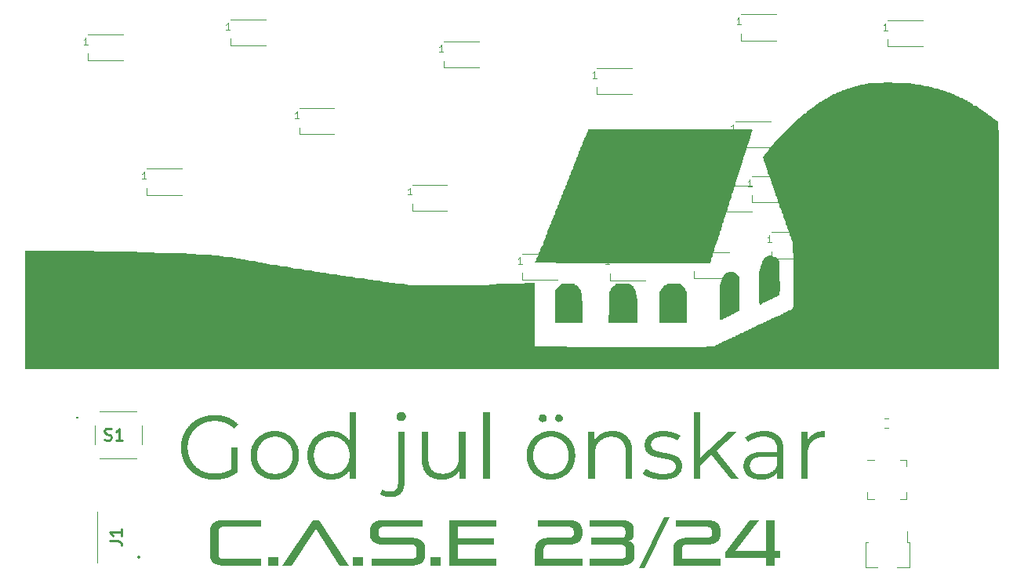
<source format=gbr>
%TF.GenerationSoftware,KiCad,Pcbnew,7.0.6*%
%TF.CreationDate,2023-11-05T20:30:34+01:00*%
%TF.ProjectId,Julkort,4a756c6b-6f72-4742-9e6b-696361645f70,rev?*%
%TF.SameCoordinates,Original*%
%TF.FileFunction,Legend,Top*%
%TF.FilePolarity,Positive*%
%FSLAX46Y46*%
G04 Gerber Fmt 4.6, Leading zero omitted, Abs format (unit mm)*
G04 Created by KiCad (PCBNEW 7.0.6) date 2023-11-05 20:30:34*
%MOMM*%
%LPD*%
G01*
G04 APERTURE LIST*
%ADD10C,0.150000*%
%ADD11C,0.120000*%
%ADD12C,0.254000*%
%ADD13C,0.100000*%
%ADD14C,0.200000*%
G04 APERTURE END LIST*
D10*
G36*
X95913876Y-133239200D02*
G01*
X95913876Y-132511356D01*
X91943708Y-132511356D01*
X91867566Y-132509487D01*
X91796648Y-132503907D01*
X91730909Y-132494652D01*
X91670309Y-132481760D01*
X91614803Y-132465270D01*
X91564350Y-132445217D01*
X91518905Y-132421640D01*
X91460035Y-132379750D01*
X91412194Y-132330141D01*
X91375236Y-132272942D01*
X91349018Y-132208278D01*
X91333393Y-132136276D01*
X91328790Y-132084262D01*
X91328216Y-132057064D01*
X91328216Y-129498620D01*
X91330513Y-129445017D01*
X91337433Y-129394600D01*
X91356573Y-129325030D01*
X91386355Y-129262840D01*
X91426925Y-129208157D01*
X91478426Y-129161107D01*
X91541004Y-129121818D01*
X91588948Y-129099998D01*
X91641922Y-129081722D01*
X91699970Y-129067026D01*
X91763134Y-129055948D01*
X91831457Y-129048526D01*
X91904982Y-129044797D01*
X91943708Y-129044329D01*
X95913876Y-129044329D01*
X95913876Y-128315264D01*
X91943708Y-128315264D01*
X91840743Y-128316673D01*
X91741786Y-128320867D01*
X91646789Y-128327800D01*
X91555703Y-128337422D01*
X91468481Y-128349687D01*
X91385074Y-128364546D01*
X91305432Y-128381951D01*
X91229508Y-128401855D01*
X91157253Y-128424210D01*
X91088618Y-128448968D01*
X91023556Y-128476081D01*
X90962017Y-128505501D01*
X90903953Y-128537181D01*
X90849315Y-128571072D01*
X90798055Y-128607126D01*
X90750124Y-128645297D01*
X90705474Y-128685535D01*
X90664057Y-128727794D01*
X90625823Y-128772025D01*
X90590725Y-128818180D01*
X90558713Y-128866211D01*
X90529739Y-128916072D01*
X90503756Y-128967713D01*
X90480713Y-129021087D01*
X90460563Y-129076147D01*
X90443257Y-129132843D01*
X90428746Y-129191129D01*
X90416983Y-129250957D01*
X90407918Y-129312278D01*
X90401504Y-129375046D01*
X90397690Y-129439211D01*
X90396430Y-129504726D01*
X90396430Y-132049737D01*
X90397690Y-132115360D01*
X90401504Y-132179619D01*
X90407918Y-132242467D01*
X90416983Y-132303857D01*
X90428746Y-132363741D01*
X90443257Y-132422073D01*
X90460563Y-132478806D01*
X90480713Y-132533891D01*
X90503756Y-132587282D01*
X90529739Y-132638932D01*
X90558713Y-132688794D01*
X90590725Y-132736820D01*
X90625823Y-132782963D01*
X90664057Y-132827177D01*
X90705474Y-132869413D01*
X90750124Y-132909624D01*
X90798055Y-132947764D01*
X90849315Y-132983786D01*
X90903953Y-133017642D01*
X90962017Y-133049284D01*
X91023556Y-133078666D01*
X91088618Y-133105741D01*
X91157253Y-133130461D01*
X91229508Y-133152780D01*
X91305432Y-133172649D01*
X91385074Y-133190022D01*
X91468481Y-133204852D01*
X91555703Y-133217091D01*
X91646789Y-133226693D01*
X91741786Y-133233610D01*
X91840743Y-133237794D01*
X91943708Y-133239200D01*
X95913876Y-133239200D01*
G37*
G36*
X97757909Y-133239200D02*
G01*
X97757909Y-132329395D01*
X96658817Y-132329395D01*
X96658817Y-133239200D01*
X97757909Y-133239200D01*
G37*
G36*
X105443011Y-133239200D02*
G01*
X102187253Y-128315264D01*
X101508258Y-128315264D01*
X98232962Y-133239200D01*
X99268551Y-133239200D01*
X101851420Y-129273917D01*
X104392766Y-133239200D01*
X105443011Y-133239200D01*
G37*
G36*
X106960980Y-133239200D02*
G01*
X106960980Y-132329395D01*
X105861887Y-132329395D01*
X105861887Y-133239200D01*
X106960980Y-133239200D01*
G37*
G36*
X112105955Y-133239200D02*
G01*
X112208921Y-133237794D01*
X112307878Y-133233609D01*
X112402875Y-133226692D01*
X112493960Y-133217089D01*
X112581183Y-133204847D01*
X112664590Y-133190014D01*
X112744232Y-133172636D01*
X112820156Y-133152760D01*
X112892411Y-133130434D01*
X112961045Y-133105704D01*
X113026108Y-133078617D01*
X113087647Y-133049220D01*
X113145711Y-133017560D01*
X113200349Y-132983684D01*
X113251609Y-132947639D01*
X113299540Y-132909472D01*
X113344190Y-132869230D01*
X113385607Y-132826959D01*
X113423841Y-132782708D01*
X113458939Y-132736522D01*
X113490951Y-132688449D01*
X113519924Y-132638536D01*
X113545908Y-132586829D01*
X113568951Y-132533376D01*
X113589101Y-132478223D01*
X113606407Y-132421418D01*
X113620917Y-132363008D01*
X113632681Y-132303039D01*
X113641746Y-132241558D01*
X113648160Y-132178613D01*
X113651974Y-132114249D01*
X113653234Y-132048516D01*
X113653234Y-131436687D01*
X113651974Y-131370950D01*
X113648160Y-131306577D01*
X113641746Y-131243615D01*
X113632681Y-131182112D01*
X113620917Y-131122115D01*
X113606407Y-131063672D01*
X113589101Y-131006830D01*
X113568951Y-130951636D01*
X113545908Y-130898139D01*
X113519924Y-130846384D01*
X113490951Y-130796420D01*
X113458939Y-130748295D01*
X113423841Y-130702054D01*
X113385607Y-130657747D01*
X113344190Y-130615420D01*
X113299540Y-130575121D01*
X113251609Y-130536896D01*
X113200349Y-130500795D01*
X113145711Y-130466863D01*
X113087647Y-130435149D01*
X113026108Y-130405699D01*
X112961045Y-130378561D01*
X112892411Y-130353783D01*
X112820156Y-130331412D01*
X112744232Y-130311495D01*
X112664590Y-130294080D01*
X112581183Y-130279215D01*
X112493960Y-130266945D01*
X112402875Y-130257320D01*
X112307878Y-130250386D01*
X112208921Y-130246191D01*
X112105955Y-130244782D01*
X109208014Y-130244782D01*
X109131858Y-130242928D01*
X109060901Y-130237391D01*
X108995102Y-130228207D01*
X108934424Y-130215416D01*
X108878826Y-130199054D01*
X108828269Y-130179159D01*
X108782714Y-130155768D01*
X108723673Y-130114210D01*
X108675665Y-130064999D01*
X108638556Y-130008261D01*
X108612215Y-129944123D01*
X108596507Y-129872712D01*
X108591878Y-129821126D01*
X108591301Y-129794154D01*
X108591301Y-129494957D01*
X108593612Y-129441797D01*
X108600570Y-129391795D01*
X108619807Y-129322794D01*
X108649723Y-129261109D01*
X108690450Y-129206866D01*
X108742121Y-129160191D01*
X108804869Y-129121213D01*
X108852920Y-129099565D01*
X108905992Y-129081432D01*
X108964126Y-129066851D01*
X109027359Y-129055859D01*
X109095732Y-129048493D01*
X109169284Y-129044793D01*
X109208014Y-129044329D01*
X113379682Y-129044329D01*
X113379682Y-128315264D01*
X109208014Y-128315264D01*
X109105048Y-128316672D01*
X109006091Y-128320866D01*
X108911094Y-128327798D01*
X108820009Y-128337417D01*
X108732787Y-128349677D01*
X108649379Y-128364530D01*
X108569738Y-128381926D01*
X108493814Y-128401817D01*
X108421559Y-128424156D01*
X108352924Y-128448894D01*
X108287862Y-128475982D01*
X108226322Y-128505372D01*
X108168258Y-128537017D01*
X108113620Y-128570867D01*
X108062360Y-128606875D01*
X108014430Y-128644992D01*
X107969780Y-128685169D01*
X107928363Y-128727359D01*
X107890129Y-128771513D01*
X107855030Y-128817583D01*
X107823019Y-128865521D01*
X107794045Y-128915278D01*
X107768061Y-128966806D01*
X107745018Y-129020057D01*
X107724868Y-129074982D01*
X107707562Y-129131533D01*
X107693052Y-129189662D01*
X107681289Y-129249321D01*
X107672224Y-129310461D01*
X107665809Y-129373033D01*
X107661996Y-129436990D01*
X107660736Y-129502284D01*
X107660736Y-129786827D01*
X107661996Y-129852117D01*
X107665809Y-129916064D01*
X107672224Y-129978620D01*
X107681289Y-130039737D01*
X107693052Y-130099368D01*
X107707562Y-130157465D01*
X107724868Y-130213979D01*
X107745018Y-130268863D01*
X107768061Y-130322069D01*
X107794045Y-130373549D01*
X107823019Y-130423256D01*
X107855030Y-130471141D01*
X107890129Y-130517157D01*
X107928363Y-130561255D01*
X107969780Y-130603388D01*
X108014430Y-130643509D01*
X108062360Y-130681568D01*
X108113620Y-130717519D01*
X108168258Y-130751314D01*
X108226322Y-130782904D01*
X108287862Y-130812241D01*
X108352924Y-130839279D01*
X108421559Y-130863969D01*
X108493814Y-130886263D01*
X108569738Y-130906114D01*
X108649379Y-130923473D01*
X108732787Y-130938292D01*
X108820009Y-130950525D01*
X108911094Y-130960122D01*
X109006091Y-130967037D01*
X109105048Y-130971221D01*
X109208014Y-130972626D01*
X112105955Y-130972626D01*
X112182098Y-130974522D01*
X112253016Y-130980180D01*
X112318754Y-130989555D01*
X112379355Y-131002603D01*
X112434860Y-131019279D01*
X112485314Y-131039537D01*
X112530759Y-131063335D01*
X112589629Y-131105567D01*
X112637470Y-131155510D01*
X112674427Y-131213011D01*
X112700646Y-131277921D01*
X112716271Y-131350087D01*
X112720874Y-131402156D01*
X112721447Y-131429360D01*
X112721447Y-132054622D01*
X112719150Y-132108454D01*
X112712231Y-132159098D01*
X112693091Y-132229000D01*
X112663309Y-132291509D01*
X112622739Y-132346491D01*
X112571238Y-132393814D01*
X112508660Y-132433344D01*
X112460716Y-132455303D01*
X112407742Y-132473700D01*
X112349694Y-132488496D01*
X112286530Y-132499652D01*
X112218207Y-132507128D01*
X112144682Y-132510884D01*
X112105955Y-132511356D01*
X107821936Y-132511356D01*
X107821936Y-133239200D01*
X112105955Y-133239200D01*
G37*
G36*
X115314085Y-133239200D02*
G01*
X115314085Y-132329395D01*
X114214992Y-132329395D01*
X114214992Y-133239200D01*
X115314085Y-133239200D01*
G37*
G36*
X121311468Y-133239200D02*
G01*
X121311468Y-132511356D01*
X117175216Y-132511356D01*
X117175216Y-130998271D01*
X121101420Y-130998271D01*
X121101420Y-130269206D01*
X117175216Y-130269206D01*
X117175216Y-129044329D01*
X121311468Y-129044329D01*
X121311468Y-128315264D01*
X116243429Y-128315264D01*
X116243429Y-133239200D01*
X121311468Y-133239200D01*
G37*
G36*
X130611015Y-133239200D02*
G01*
X130611015Y-132511356D01*
X126445453Y-132511356D01*
X126445453Y-131429360D01*
X126447750Y-131375729D01*
X126454669Y-131325235D01*
X126473810Y-131255471D01*
X126503592Y-131193014D01*
X126544161Y-131138015D01*
X126595662Y-131090626D01*
X126658240Y-131050997D01*
X126706184Y-131028963D01*
X126759159Y-131010490D01*
X126817206Y-130995623D01*
X126880370Y-130984406D01*
X126948693Y-130976883D01*
X127022218Y-130973101D01*
X127060945Y-130972626D01*
X129063736Y-130972626D01*
X129166702Y-130971221D01*
X129265659Y-130967037D01*
X129360656Y-130960122D01*
X129451741Y-130950525D01*
X129538964Y-130938292D01*
X129622371Y-130923473D01*
X129702013Y-130906114D01*
X129777937Y-130886263D01*
X129850192Y-130863969D01*
X129918826Y-130839279D01*
X129983889Y-130812241D01*
X130045428Y-130782904D01*
X130103492Y-130751314D01*
X130158130Y-130717519D01*
X130209390Y-130681568D01*
X130257321Y-130643509D01*
X130301970Y-130603388D01*
X130343388Y-130561255D01*
X130381622Y-130517157D01*
X130416720Y-130471141D01*
X130448732Y-130423256D01*
X130477705Y-130373549D01*
X130503689Y-130322069D01*
X130526732Y-130268863D01*
X130546882Y-130213979D01*
X130564188Y-130157465D01*
X130578698Y-130099368D01*
X130590462Y-130039737D01*
X130599526Y-129978620D01*
X130605941Y-129916064D01*
X130609754Y-129852117D01*
X130611015Y-129786827D01*
X130611015Y-129502284D01*
X130609754Y-129436990D01*
X130605941Y-129373033D01*
X130599526Y-129310461D01*
X130590462Y-129249321D01*
X130578698Y-129189662D01*
X130564188Y-129131533D01*
X130546882Y-129074982D01*
X130526732Y-129020057D01*
X130503689Y-128966806D01*
X130477705Y-128915278D01*
X130448732Y-128865521D01*
X130416720Y-128817583D01*
X130381622Y-128771513D01*
X130343388Y-128727359D01*
X130301970Y-128685169D01*
X130257321Y-128644992D01*
X130209390Y-128606875D01*
X130158130Y-128570867D01*
X130103492Y-128537017D01*
X130045428Y-128505372D01*
X129983889Y-128475982D01*
X129918826Y-128448894D01*
X129850192Y-128424156D01*
X129777937Y-128401817D01*
X129702013Y-128381926D01*
X129622371Y-128364530D01*
X129538964Y-128349677D01*
X129451741Y-128337417D01*
X129360656Y-128327798D01*
X129265659Y-128320866D01*
X129166702Y-128316672D01*
X129063736Y-128315264D01*
X125779891Y-128315264D01*
X125779891Y-129044329D01*
X129063736Y-129044329D01*
X129139879Y-129046183D01*
X129210797Y-129051720D01*
X129276535Y-129060904D01*
X129337136Y-129073695D01*
X129392641Y-129090057D01*
X129443095Y-129109952D01*
X129488540Y-129133343D01*
X129547410Y-129174901D01*
X129595251Y-129224112D01*
X129632208Y-129280850D01*
X129658427Y-129344988D01*
X129674052Y-129416399D01*
X129678655Y-129467985D01*
X129679228Y-129494957D01*
X129679228Y-129794154D01*
X129676931Y-129847314D01*
X129670012Y-129897316D01*
X129650872Y-129966317D01*
X129621089Y-130028002D01*
X129580520Y-130082245D01*
X129529019Y-130128919D01*
X129466441Y-130167898D01*
X129418497Y-130189545D01*
X129365523Y-130207679D01*
X129307475Y-130222260D01*
X129244311Y-130233252D01*
X129175988Y-130240617D01*
X129102463Y-130244318D01*
X129063736Y-130244782D01*
X127060945Y-130244782D01*
X126957979Y-130246191D01*
X126859022Y-130250386D01*
X126764025Y-130257320D01*
X126672940Y-130266945D01*
X126585718Y-130279215D01*
X126502310Y-130294080D01*
X126422669Y-130311495D01*
X126346745Y-130331412D01*
X126274490Y-130353783D01*
X126205855Y-130378561D01*
X126140792Y-130405699D01*
X126079253Y-130435149D01*
X126021189Y-130466863D01*
X125966551Y-130500795D01*
X125915291Y-130536896D01*
X125867361Y-130575121D01*
X125822711Y-130615420D01*
X125781293Y-130657747D01*
X125743060Y-130702054D01*
X125707961Y-130748295D01*
X125675950Y-130796420D01*
X125646976Y-130846384D01*
X125620992Y-130898139D01*
X125597949Y-130951636D01*
X125577799Y-131006830D01*
X125560493Y-131063672D01*
X125545983Y-131122115D01*
X125534220Y-131182112D01*
X125525155Y-131243615D01*
X125518740Y-131306577D01*
X125514927Y-131370950D01*
X125513667Y-131436687D01*
X125513667Y-133239200D01*
X130611015Y-133239200D01*
G37*
G36*
X134687428Y-133239200D02*
G01*
X134799028Y-133237739D01*
X134905602Y-133233413D01*
X135007247Y-133226302D01*
X135104060Y-133216490D01*
X135196139Y-133204058D01*
X135283581Y-133189088D01*
X135366483Y-133171663D01*
X135444943Y-133151864D01*
X135519058Y-133129773D01*
X135588925Y-133105473D01*
X135654641Y-133079045D01*
X135716303Y-133050572D01*
X135774010Y-133020136D01*
X135827857Y-132987818D01*
X135877944Y-132953701D01*
X135924365Y-132917868D01*
X135967220Y-132880399D01*
X136006605Y-132841377D01*
X136042617Y-132800884D01*
X136075355Y-132759002D01*
X136104914Y-132715814D01*
X136131392Y-132671401D01*
X136154888Y-132625845D01*
X136175497Y-132579229D01*
X136193317Y-132531634D01*
X136208445Y-132483142D01*
X136220979Y-132433837D01*
X136231016Y-132383799D01*
X136238654Y-132333110D01*
X136243989Y-132281854D01*
X136247118Y-132230111D01*
X136248140Y-132177964D01*
X136248140Y-131376848D01*
X136244991Y-131290826D01*
X136235713Y-131210338D01*
X136220560Y-131135224D01*
X136199787Y-131065324D01*
X136173647Y-131000475D01*
X136142395Y-130940517D01*
X136106284Y-130885288D01*
X136065568Y-130834629D01*
X136020502Y-130788377D01*
X135971339Y-130746372D01*
X135918334Y-130708453D01*
X135861740Y-130674459D01*
X135801812Y-130644228D01*
X135738803Y-130617601D01*
X135672967Y-130594415D01*
X135604560Y-130574510D01*
X135668632Y-130558330D01*
X135729763Y-130536493D01*
X135787788Y-130509206D01*
X135842544Y-130476679D01*
X135893865Y-130439123D01*
X135941586Y-130396745D01*
X135985544Y-130349755D01*
X136025573Y-130298363D01*
X136061510Y-130242778D01*
X136093189Y-130183209D01*
X136120445Y-130119865D01*
X136143115Y-130052956D01*
X136161034Y-129982691D01*
X136174037Y-129909280D01*
X136181959Y-129832931D01*
X136184637Y-129753854D01*
X136184637Y-129381384D01*
X136183402Y-129320305D01*
X136179666Y-129260736D01*
X136173382Y-129202704D01*
X136164503Y-129146238D01*
X136152983Y-129091366D01*
X136138776Y-129038116D01*
X136121833Y-128986516D01*
X136102109Y-128936595D01*
X136079557Y-128888380D01*
X136054130Y-128841900D01*
X136025781Y-128797183D01*
X135994463Y-128754257D01*
X135960131Y-128713150D01*
X135922736Y-128673891D01*
X135882233Y-128636508D01*
X135838575Y-128601028D01*
X135791714Y-128567480D01*
X135741605Y-128535893D01*
X135688200Y-128506293D01*
X135631453Y-128478711D01*
X135571316Y-128453173D01*
X135507744Y-128429708D01*
X135440690Y-128408344D01*
X135370106Y-128389109D01*
X135295946Y-128372032D01*
X135218163Y-128357140D01*
X135136711Y-128344462D01*
X135051543Y-128334026D01*
X134962612Y-128325860D01*
X134869871Y-128319992D01*
X134773274Y-128316450D01*
X134672773Y-128315264D01*
X131382822Y-128315264D01*
X131382822Y-129044329D01*
X134672773Y-129044329D01*
X134750947Y-129045657D01*
X134822572Y-129049690D01*
X134887858Y-129056500D01*
X134947012Y-129066158D01*
X135000241Y-129078735D01*
X135047753Y-129094303D01*
X135108754Y-129123420D01*
X135158059Y-129159669D01*
X135196368Y-129203292D01*
X135224381Y-129254530D01*
X135242798Y-129313625D01*
X135252319Y-129380818D01*
X135254071Y-129430232D01*
X135254071Y-129858878D01*
X135252319Y-129908292D01*
X135242798Y-129975486D01*
X135224381Y-130034581D01*
X135196368Y-130085819D01*
X135158059Y-130129442D01*
X135108754Y-130165691D01*
X135047753Y-130194808D01*
X135000241Y-130210376D01*
X134947012Y-130222953D01*
X134887858Y-130232611D01*
X134822572Y-130239420D01*
X134750947Y-130243454D01*
X134672773Y-130244782D01*
X131592871Y-130244782D01*
X131592871Y-130972626D01*
X134687428Y-130972626D01*
X134755685Y-130973962D01*
X134821094Y-130978052D01*
X134883440Y-130985015D01*
X134942509Y-130994970D01*
X134998086Y-131008038D01*
X135049957Y-131024339D01*
X135097906Y-131043992D01*
X135141720Y-131067117D01*
X135199215Y-131108578D01*
X135246198Y-131158525D01*
X135281942Y-131217363D01*
X135305725Y-131285498D01*
X135314576Y-131336284D01*
X135317574Y-131391502D01*
X135317574Y-132003331D01*
X135314576Y-132074442D01*
X135305725Y-132139112D01*
X135291235Y-132197596D01*
X135271321Y-132250150D01*
X135246198Y-132297029D01*
X135216080Y-132338490D01*
X135181182Y-132374788D01*
X135141720Y-132406179D01*
X135097906Y-132432919D01*
X135049957Y-132455263D01*
X134998086Y-132473469D01*
X134942509Y-132487790D01*
X134883440Y-132498484D01*
X134821094Y-132505805D01*
X134755685Y-132510011D01*
X134687428Y-132511356D01*
X131382822Y-132511356D01*
X131382822Y-133239200D01*
X134687428Y-133239200D01*
G37*
G36*
X137331357Y-133551830D02*
G01*
X140047337Y-128002633D01*
X139431845Y-128002633D01*
X136715865Y-133551830D01*
X137331357Y-133551830D01*
G37*
G36*
X145534253Y-133239200D02*
G01*
X145534253Y-132511356D01*
X141368691Y-132511356D01*
X141368691Y-131429360D01*
X141370988Y-131375729D01*
X141377907Y-131325235D01*
X141397048Y-131255471D01*
X141426830Y-131193014D01*
X141467399Y-131138015D01*
X141518900Y-131090626D01*
X141581478Y-131050997D01*
X141629422Y-131028963D01*
X141682397Y-131010490D01*
X141740444Y-130995623D01*
X141803608Y-130984406D01*
X141871931Y-130976883D01*
X141945456Y-130973101D01*
X141984183Y-130972626D01*
X143986974Y-130972626D01*
X144089940Y-130971221D01*
X144188897Y-130967037D01*
X144283894Y-130960122D01*
X144374979Y-130950525D01*
X144462202Y-130938292D01*
X144545609Y-130923473D01*
X144625251Y-130906114D01*
X144701175Y-130886263D01*
X144773430Y-130863969D01*
X144842064Y-130839279D01*
X144907127Y-130812241D01*
X144968666Y-130782904D01*
X145026730Y-130751314D01*
X145081368Y-130717519D01*
X145132628Y-130681568D01*
X145180559Y-130643509D01*
X145225208Y-130603388D01*
X145266626Y-130561255D01*
X145304860Y-130517157D01*
X145339958Y-130471141D01*
X145371970Y-130423256D01*
X145400943Y-130373549D01*
X145426927Y-130322069D01*
X145449970Y-130268863D01*
X145470120Y-130213979D01*
X145487426Y-130157465D01*
X145501936Y-130099368D01*
X145513700Y-130039737D01*
X145522764Y-129978620D01*
X145529179Y-129916064D01*
X145532992Y-129852117D01*
X145534253Y-129786827D01*
X145534253Y-129502284D01*
X145532992Y-129436990D01*
X145529179Y-129373033D01*
X145522764Y-129310461D01*
X145513700Y-129249321D01*
X145501936Y-129189662D01*
X145487426Y-129131533D01*
X145470120Y-129074982D01*
X145449970Y-129020057D01*
X145426927Y-128966806D01*
X145400943Y-128915278D01*
X145371970Y-128865521D01*
X145339958Y-128817583D01*
X145304860Y-128771513D01*
X145266626Y-128727359D01*
X145225208Y-128685169D01*
X145180559Y-128644992D01*
X145132628Y-128606875D01*
X145081368Y-128570867D01*
X145026730Y-128537017D01*
X144968666Y-128505372D01*
X144907127Y-128475982D01*
X144842064Y-128448894D01*
X144773430Y-128424156D01*
X144701175Y-128401817D01*
X144625251Y-128381926D01*
X144545609Y-128364530D01*
X144462202Y-128349677D01*
X144374979Y-128337417D01*
X144283894Y-128327798D01*
X144188897Y-128320866D01*
X144089940Y-128316672D01*
X143986974Y-128315264D01*
X140703129Y-128315264D01*
X140703129Y-129044329D01*
X143986974Y-129044329D01*
X144063117Y-129046183D01*
X144134035Y-129051720D01*
X144199773Y-129060904D01*
X144260374Y-129073695D01*
X144315879Y-129090057D01*
X144366333Y-129109952D01*
X144411778Y-129133343D01*
X144470648Y-129174901D01*
X144518489Y-129224112D01*
X144555446Y-129280850D01*
X144581665Y-129344988D01*
X144597290Y-129416399D01*
X144601893Y-129467985D01*
X144602466Y-129494957D01*
X144602466Y-129794154D01*
X144600169Y-129847314D01*
X144593250Y-129897316D01*
X144574110Y-129966317D01*
X144544327Y-130028002D01*
X144503758Y-130082245D01*
X144452257Y-130128919D01*
X144389679Y-130167898D01*
X144341735Y-130189545D01*
X144288761Y-130207679D01*
X144230713Y-130222260D01*
X144167549Y-130233252D01*
X144099226Y-130240617D01*
X144025701Y-130244318D01*
X143986974Y-130244782D01*
X141984183Y-130244782D01*
X141881217Y-130246191D01*
X141782260Y-130250386D01*
X141687263Y-130257320D01*
X141596178Y-130266945D01*
X141508956Y-130279215D01*
X141425548Y-130294080D01*
X141345907Y-130311495D01*
X141269983Y-130331412D01*
X141197728Y-130353783D01*
X141129093Y-130378561D01*
X141064030Y-130405699D01*
X141002491Y-130435149D01*
X140944427Y-130466863D01*
X140889789Y-130500795D01*
X140838529Y-130536896D01*
X140790599Y-130575121D01*
X140745949Y-130615420D01*
X140704531Y-130657747D01*
X140666298Y-130702054D01*
X140631199Y-130748295D01*
X140599187Y-130796420D01*
X140570214Y-130846384D01*
X140544230Y-130898139D01*
X140521187Y-130951636D01*
X140501037Y-131006830D01*
X140483731Y-131063672D01*
X140469221Y-131122115D01*
X140457458Y-131182112D01*
X140448393Y-131243615D01*
X140441978Y-131306577D01*
X140438165Y-131370950D01*
X140436905Y-131436687D01*
X140436905Y-133239200D01*
X145534253Y-133239200D01*
G37*
G36*
X151416842Y-133239200D02*
G01*
X151416842Y-132405110D01*
X151934637Y-132405110D01*
X151934637Y-131676045D01*
X151416842Y-131676045D01*
X151416842Y-128315264D01*
X150485055Y-128315264D01*
X150485055Y-131676045D01*
X147146256Y-131676045D01*
X149652187Y-128315264D01*
X148644685Y-128315264D01*
X146039835Y-131816485D01*
X146039835Y-132405110D01*
X150485055Y-132405110D01*
X150485055Y-133239200D01*
X151416842Y-133239200D01*
G37*
G36*
X90893499Y-123962459D02*
G01*
X90796300Y-123961444D01*
X90700036Y-123958399D01*
X90604707Y-123953323D01*
X90510313Y-123946217D01*
X90416854Y-123937081D01*
X90324330Y-123925915D01*
X90232740Y-123912718D01*
X90142086Y-123897491D01*
X90052367Y-123880234D01*
X89963583Y-123860946D01*
X89875734Y-123839628D01*
X89788820Y-123816280D01*
X89702840Y-123790902D01*
X89617796Y-123763493D01*
X89533687Y-123734054D01*
X89450513Y-123702585D01*
X89368688Y-123669266D01*
X89288198Y-123634277D01*
X89209044Y-123597619D01*
X89131226Y-123559291D01*
X89054744Y-123519293D01*
X88979597Y-123477626D01*
X88905786Y-123434289D01*
X88833311Y-123389282D01*
X88762171Y-123342606D01*
X88692368Y-123294261D01*
X88623899Y-123244245D01*
X88556767Y-123192560D01*
X88490970Y-123139205D01*
X88426509Y-123084181D01*
X88363384Y-123027487D01*
X88301594Y-122969124D01*
X88241534Y-122909298D01*
X88183171Y-122848216D01*
X88126504Y-122785879D01*
X88071533Y-122722286D01*
X88018258Y-122657437D01*
X87966680Y-122591333D01*
X87916798Y-122523974D01*
X87868613Y-122455359D01*
X87822124Y-122385488D01*
X87777331Y-122314362D01*
X87734234Y-122241980D01*
X87692834Y-122168343D01*
X87653131Y-122093450D01*
X87615123Y-122017302D01*
X87578812Y-121939898D01*
X87544197Y-121861238D01*
X87511486Y-121781270D01*
X87480885Y-121700366D01*
X87452394Y-121618528D01*
X87426014Y-121535754D01*
X87401745Y-121452046D01*
X87379585Y-121367402D01*
X87359536Y-121281824D01*
X87341598Y-121195310D01*
X87325770Y-121107862D01*
X87312052Y-121019478D01*
X87300445Y-120930160D01*
X87290948Y-120839906D01*
X87283562Y-120748718D01*
X87278286Y-120656594D01*
X87275120Y-120563536D01*
X87274065Y-120469542D01*
X87275120Y-120375549D01*
X87278286Y-120282491D01*
X87283562Y-120190367D01*
X87290948Y-120099179D01*
X87300445Y-120008925D01*
X87312052Y-119919607D01*
X87325770Y-119831223D01*
X87341598Y-119743775D01*
X87359536Y-119657261D01*
X87379585Y-119571683D01*
X87401745Y-119487039D01*
X87426014Y-119403331D01*
X87452394Y-119320557D01*
X87480885Y-119238719D01*
X87511486Y-119157815D01*
X87544197Y-119077847D01*
X87578825Y-118998987D01*
X87615177Y-118921409D01*
X87653251Y-118845114D01*
X87693048Y-118770101D01*
X87734568Y-118696370D01*
X87777812Y-118623921D01*
X87822778Y-118552755D01*
X87869468Y-118482871D01*
X87917880Y-118414269D01*
X87968016Y-118346950D01*
X88019875Y-118280913D01*
X88073456Y-118216158D01*
X88128761Y-118152685D01*
X88185789Y-118090495D01*
X88244540Y-118029587D01*
X88305014Y-117969961D01*
X88367217Y-117911598D01*
X88430730Y-117854904D01*
X88495552Y-117799879D01*
X88561682Y-117746525D01*
X88629122Y-117694840D01*
X88697871Y-117644824D01*
X88767928Y-117596479D01*
X88839295Y-117549802D01*
X88911971Y-117504796D01*
X88985955Y-117461459D01*
X89061249Y-117419792D01*
X89137851Y-117379794D01*
X89215763Y-117341466D01*
X89294983Y-117304808D01*
X89375513Y-117269819D01*
X89457351Y-117236500D01*
X89540546Y-117205031D01*
X89624715Y-117175592D01*
X89709859Y-117148183D01*
X89795979Y-117122805D01*
X89883073Y-117099457D01*
X89971143Y-117078139D01*
X90060188Y-117058851D01*
X90150207Y-117041594D01*
X90241202Y-117026367D01*
X90333172Y-117013170D01*
X90426117Y-117002004D01*
X90520037Y-116992868D01*
X90614932Y-116985762D01*
X90710802Y-116980686D01*
X90807647Y-116977641D01*
X90905467Y-116976625D01*
X91002226Y-116977601D01*
X91098022Y-116980526D01*
X91192857Y-116985401D01*
X91286730Y-116992226D01*
X91379642Y-117001002D01*
X91471592Y-117011728D01*
X91562580Y-117024404D01*
X91652606Y-117039030D01*
X91741671Y-117055606D01*
X91829774Y-117074132D01*
X91916915Y-117094608D01*
X92003095Y-117117035D01*
X92088313Y-117141411D01*
X92172569Y-117167738D01*
X92255863Y-117196015D01*
X92338196Y-117226242D01*
X92419300Y-117258198D01*
X92498908Y-117292092D01*
X92577020Y-117327922D01*
X92653636Y-117365689D01*
X92728755Y-117405393D01*
X92802379Y-117447033D01*
X92874507Y-117490611D01*
X92945139Y-117536125D01*
X93014275Y-117583576D01*
X93081915Y-117632963D01*
X93148059Y-117684288D01*
X93212707Y-117737549D01*
X93275859Y-117792747D01*
X93337515Y-117849881D01*
X93397676Y-117908953D01*
X93456340Y-117969961D01*
X93004979Y-118429870D01*
X92949961Y-118377170D01*
X92894329Y-118326353D01*
X92838083Y-118277420D01*
X92781222Y-118230370D01*
X92723747Y-118185203D01*
X92665657Y-118141920D01*
X92606953Y-118100519D01*
X92547634Y-118061003D01*
X92487701Y-118023369D01*
X92427154Y-117987619D01*
X92365992Y-117953752D01*
X92304216Y-117921769D01*
X92241825Y-117891669D01*
X92178820Y-117863452D01*
X92115200Y-117837119D01*
X92050966Y-117812669D01*
X91986091Y-117789688D01*
X91920548Y-117768190D01*
X91854337Y-117748174D01*
X91787459Y-117729641D01*
X91719912Y-117712591D01*
X91651698Y-117697024D01*
X91582816Y-117682939D01*
X91513266Y-117670336D01*
X91443048Y-117659217D01*
X91372162Y-117649579D01*
X91300608Y-117641425D01*
X91228387Y-117634753D01*
X91155498Y-117629564D01*
X91081940Y-117625857D01*
X91007715Y-117623633D01*
X90932823Y-117622892D01*
X90854116Y-117623734D01*
X90776145Y-117626258D01*
X90698908Y-117630465D01*
X90622405Y-117636356D01*
X90546637Y-117643929D01*
X90471604Y-117653186D01*
X90397306Y-117664125D01*
X90323742Y-117676748D01*
X90250913Y-117691053D01*
X90178818Y-117707041D01*
X90107458Y-117724713D01*
X90036833Y-117744067D01*
X89966942Y-117765104D01*
X89897786Y-117787825D01*
X89829365Y-117812228D01*
X89761678Y-117838314D01*
X89695120Y-117865696D01*
X89629657Y-117894414D01*
X89565290Y-117924467D01*
X89502017Y-117955856D01*
X89439840Y-117988581D01*
X89378759Y-118022641D01*
X89318772Y-118058037D01*
X89259881Y-118094769D01*
X89202085Y-118132837D01*
X89145385Y-118172240D01*
X89089779Y-118212979D01*
X89035269Y-118255054D01*
X88981855Y-118298464D01*
X88929535Y-118343210D01*
X88878311Y-118389292D01*
X88828182Y-118436709D01*
X88779302Y-118485315D01*
X88731824Y-118534964D01*
X88685749Y-118585653D01*
X88619266Y-118663642D01*
X88555939Y-118743974D01*
X88495767Y-118826651D01*
X88438751Y-118911672D01*
X88384890Y-118999037D01*
X88350737Y-119058583D01*
X88317985Y-119119170D01*
X88286636Y-119180799D01*
X88256690Y-119243471D01*
X88228146Y-119307184D01*
X88214400Y-119339431D01*
X88188106Y-119404553D01*
X88163509Y-119470410D01*
X88140609Y-119537001D01*
X88119404Y-119604327D01*
X88099896Y-119672388D01*
X88082085Y-119741184D01*
X88065970Y-119810714D01*
X88051551Y-119880978D01*
X88038828Y-119951978D01*
X88027802Y-120023711D01*
X88018472Y-120096180D01*
X88010838Y-120169383D01*
X88004901Y-120243321D01*
X88000660Y-120317994D01*
X87998116Y-120393401D01*
X87997268Y-120469542D01*
X87998116Y-120545063D01*
X88000660Y-120619889D01*
X88004901Y-120694021D01*
X88010838Y-120767458D01*
X88018472Y-120840200D01*
X88027802Y-120912248D01*
X88038828Y-120983601D01*
X88051551Y-121054260D01*
X88065970Y-121124224D01*
X88082085Y-121193494D01*
X88099896Y-121262068D01*
X88119404Y-121329949D01*
X88140609Y-121397135D01*
X88163509Y-121463626D01*
X88188106Y-121529423D01*
X88214400Y-121594525D01*
X88242242Y-121658772D01*
X88271488Y-121722004D01*
X88302135Y-121784222D01*
X88334185Y-121845423D01*
X88367638Y-121905610D01*
X88402493Y-121964782D01*
X88438751Y-122022938D01*
X88476411Y-122080080D01*
X88535531Y-122163888D01*
X88597807Y-122245413D01*
X88641077Y-122298494D01*
X88685749Y-122350560D01*
X88731824Y-122401610D01*
X88779302Y-122451646D01*
X88828182Y-122500666D01*
X88878304Y-122548290D01*
X88929508Y-122594566D01*
X88981794Y-122639492D01*
X89035162Y-122683070D01*
X89089612Y-122725298D01*
X89145144Y-122766177D01*
X89201758Y-122805707D01*
X89259454Y-122843888D01*
X89318231Y-122880720D01*
X89378091Y-122916203D01*
X89439032Y-122950337D01*
X89501056Y-122983122D01*
X89564161Y-123014558D01*
X89628348Y-123044644D01*
X89693617Y-123073382D01*
X89759968Y-123100771D01*
X89827241Y-123126650D01*
X89895275Y-123150859D01*
X89964070Y-123173399D01*
X90033627Y-123194270D01*
X90103945Y-123213471D01*
X90175025Y-123231002D01*
X90246866Y-123246863D01*
X90319468Y-123261055D01*
X90392831Y-123273577D01*
X90466956Y-123284430D01*
X90541842Y-123293613D01*
X90617490Y-123301126D01*
X90693899Y-123306970D01*
X90771069Y-123311144D01*
X90849000Y-123313648D01*
X90927693Y-123314483D01*
X90999928Y-123313782D01*
X91071736Y-123311678D01*
X91143116Y-123308172D01*
X91214068Y-123303263D01*
X91284593Y-123296952D01*
X91354691Y-123289238D01*
X91424361Y-123280122D01*
X91493604Y-123269604D01*
X91562420Y-123257682D01*
X91630808Y-123244359D01*
X91698768Y-123229633D01*
X91766301Y-123213504D01*
X91833407Y-123195973D01*
X91900085Y-123177039D01*
X91966336Y-123156703D01*
X92032160Y-123134965D01*
X92097649Y-123111597D01*
X92162471Y-123086372D01*
X92226625Y-123059290D01*
X92290111Y-123030352D01*
X92352929Y-122999558D01*
X92415079Y-122966906D01*
X92476561Y-122932399D01*
X92537376Y-122896034D01*
X92597523Y-122857813D01*
X92657001Y-122817735D01*
X92715812Y-122775801D01*
X92773956Y-122732010D01*
X92831431Y-122686362D01*
X92888238Y-122638858D01*
X92944378Y-122589497D01*
X92999850Y-122538279D01*
X93410178Y-123085383D01*
X93349009Y-123139039D01*
X93286465Y-123191011D01*
X93222545Y-123241300D01*
X93157249Y-123289906D01*
X93090577Y-123336829D01*
X93022530Y-123382070D01*
X92953107Y-123425627D01*
X92882308Y-123467501D01*
X92810133Y-123507693D01*
X92736583Y-123546201D01*
X92661656Y-123583026D01*
X92585354Y-123618169D01*
X92507677Y-123651628D01*
X92428623Y-123683404D01*
X92348194Y-123713498D01*
X92266388Y-123741908D01*
X92183688Y-123768615D01*
X92100574Y-123793600D01*
X92017046Y-123816861D01*
X91933104Y-123838399D01*
X91848748Y-123858214D01*
X91763977Y-123876307D01*
X91678793Y-123892676D01*
X91593194Y-123907322D01*
X91507182Y-123920245D01*
X91420755Y-123931444D01*
X91333914Y-123940921D01*
X91246659Y-123948675D01*
X91158990Y-123954706D01*
X91070908Y-123959013D01*
X90982411Y-123961598D01*
X90893499Y-123962459D01*
G37*
G36*
X92719459Y-123001608D02*
G01*
X92719459Y-120466123D01*
X93410178Y-120466123D01*
X93410178Y-123085383D01*
X92719459Y-123001608D01*
G37*
G36*
X97504702Y-118704738D02*
G01*
X97597260Y-118708685D01*
X97688548Y-118715263D01*
X97778568Y-118724473D01*
X97867319Y-118736314D01*
X97954801Y-118750786D01*
X98041014Y-118767890D01*
X98125958Y-118787625D01*
X98209633Y-118809991D01*
X98292039Y-118834989D01*
X98373176Y-118862618D01*
X98453045Y-118892879D01*
X98531644Y-118925770D01*
X98608975Y-118961293D01*
X98685036Y-118999448D01*
X98759829Y-119040233D01*
X98833199Y-119083103D01*
X98904566Y-119127936D01*
X98973929Y-119174732D01*
X99041288Y-119223492D01*
X99106644Y-119274215D01*
X99169997Y-119326902D01*
X99231345Y-119381552D01*
X99290691Y-119438166D01*
X99348032Y-119496743D01*
X99403371Y-119557284D01*
X99456705Y-119619788D01*
X99508036Y-119684256D01*
X99557364Y-119750687D01*
X99604688Y-119819082D01*
X99650008Y-119889440D01*
X99693325Y-119961762D01*
X99734318Y-120035793D01*
X99772666Y-120111280D01*
X99808369Y-120188223D01*
X99841428Y-120266622D01*
X99871842Y-120346477D01*
X99899611Y-120427788D01*
X99924736Y-120510555D01*
X99947215Y-120594778D01*
X99967051Y-120680457D01*
X99984241Y-120767591D01*
X99998787Y-120856182D01*
X100010688Y-120946228D01*
X100019944Y-121037730D01*
X100026556Y-121130689D01*
X100030523Y-121225103D01*
X100031846Y-121320973D01*
X100030523Y-121415634D01*
X100026556Y-121508987D01*
X100019944Y-121601030D01*
X100010688Y-121691764D01*
X99998787Y-121781189D01*
X99984241Y-121869306D01*
X99967051Y-121956113D01*
X99947215Y-122041612D01*
X99924736Y-122125801D01*
X99899611Y-122208681D01*
X99871842Y-122290253D01*
X99841428Y-122370515D01*
X99808369Y-122449468D01*
X99772666Y-122527113D01*
X99734318Y-122603448D01*
X99693325Y-122678475D01*
X99650208Y-122751631D01*
X99605062Y-122822784D01*
X99557885Y-122891933D01*
X99508677Y-122959079D01*
X99457440Y-123024221D01*
X99404172Y-123087360D01*
X99348874Y-123148495D01*
X99291545Y-123207627D01*
X99232187Y-123264755D01*
X99170798Y-123319879D01*
X99107379Y-123373000D01*
X99041929Y-123424118D01*
X98974450Y-123473231D01*
X98904940Y-123520342D01*
X98833399Y-123565448D01*
X98759829Y-123608552D01*
X98684635Y-123649337D01*
X98608227Y-123687492D01*
X98530602Y-123723015D01*
X98451762Y-123755906D01*
X98371707Y-123786167D01*
X98290436Y-123813796D01*
X98207950Y-123838793D01*
X98124248Y-123861160D01*
X98039331Y-123880895D01*
X97953198Y-123897998D01*
X97865849Y-123912471D01*
X97777286Y-123924312D01*
X97687506Y-123933521D01*
X97596512Y-123940100D01*
X97504301Y-123944047D01*
X97410876Y-123945362D01*
X97317263Y-123944047D01*
X97224919Y-123940100D01*
X97133844Y-123933521D01*
X97044038Y-123924312D01*
X96955501Y-123912471D01*
X96868233Y-123897998D01*
X96782234Y-123880895D01*
X96697503Y-123861160D01*
X96614042Y-123838793D01*
X96531849Y-123813796D01*
X96450926Y-123786167D01*
X96371271Y-123755906D01*
X96292885Y-123723015D01*
X96215769Y-123687492D01*
X96139921Y-123649337D01*
X96065342Y-123608552D01*
X95992573Y-123565442D01*
X95921727Y-123520315D01*
X95852805Y-123473171D01*
X95785806Y-123424011D01*
X95720730Y-123372833D01*
X95657578Y-123319639D01*
X95596350Y-123264428D01*
X95537044Y-123207199D01*
X95479663Y-123147954D01*
X95424204Y-123086692D01*
X95370669Y-123023413D01*
X95319058Y-122958118D01*
X95269370Y-122890805D01*
X95221605Y-122821475D01*
X95175763Y-122750129D01*
X95131846Y-122676765D01*
X95090439Y-122601745D01*
X95051703Y-122525430D01*
X95015639Y-122447819D01*
X94982247Y-122368912D01*
X94951526Y-122288710D01*
X94923476Y-122207212D01*
X94898098Y-122124418D01*
X94875391Y-122040329D01*
X94855355Y-121954944D01*
X94837991Y-121868264D01*
X94823298Y-121780288D01*
X94811277Y-121691016D01*
X94801927Y-121600449D01*
X94795248Y-121508586D01*
X94791241Y-121415427D01*
X94789906Y-121320973D01*
X95490883Y-121320973D01*
X95491878Y-121395011D01*
X95494863Y-121467954D01*
X95499838Y-121539801D01*
X95506804Y-121610553D01*
X95515760Y-121680210D01*
X95526706Y-121748772D01*
X95539642Y-121816238D01*
X95562778Y-121915384D01*
X95590392Y-122012066D01*
X95622484Y-122106283D01*
X95659054Y-122198036D01*
X95700102Y-122287324D01*
X95745628Y-122374148D01*
X95794940Y-122457631D01*
X95847348Y-122537538D01*
X95902852Y-122613868D01*
X95961451Y-122686623D01*
X96023145Y-122755800D01*
X96087935Y-122821402D01*
X96155821Y-122883427D01*
X96226802Y-122941875D01*
X96300878Y-122996748D01*
X96378050Y-123048044D01*
X96431218Y-123080254D01*
X96513328Y-123125169D01*
X96597452Y-123165666D01*
X96683590Y-123201745D01*
X96771742Y-123233406D01*
X96861907Y-123260649D01*
X96954085Y-123283475D01*
X97048277Y-123301882D01*
X97144483Y-123315872D01*
X97242702Y-123325444D01*
X97342935Y-123330598D01*
X97410876Y-123331580D01*
X97479444Y-123330598D01*
X97580568Y-123325444D01*
X97679619Y-123315872D01*
X97776596Y-123301882D01*
X97871499Y-123283475D01*
X97964329Y-123260649D01*
X98055085Y-123233406D01*
X98143767Y-123201745D01*
X98230376Y-123165666D01*
X98314911Y-123125169D01*
X98397372Y-123080254D01*
X98477174Y-123031342D01*
X98553730Y-122978854D01*
X98627040Y-122922790D01*
X98697104Y-122863149D01*
X98763923Y-122799932D01*
X98827496Y-122733138D01*
X98887823Y-122662769D01*
X98944904Y-122588822D01*
X98998739Y-122511300D01*
X99049329Y-122430201D01*
X99081252Y-122374148D01*
X99125862Y-122287324D01*
X99166083Y-122198036D01*
X99201916Y-122106283D01*
X99233362Y-122012066D01*
X99260420Y-121915384D01*
X99283090Y-121816238D01*
X99295766Y-121748772D01*
X99306492Y-121680210D01*
X99315268Y-121610553D01*
X99322093Y-121539801D01*
X99326968Y-121467954D01*
X99329894Y-121395011D01*
X99330869Y-121320973D01*
X99329894Y-121245927D01*
X99326968Y-121172096D01*
X99322093Y-121099480D01*
X99315268Y-121028080D01*
X99306492Y-120957896D01*
X99295766Y-120888926D01*
X99283090Y-120821173D01*
X99260420Y-120721822D01*
X99233362Y-120625205D01*
X99201916Y-120531324D01*
X99166083Y-120440177D01*
X99125862Y-120351765D01*
X99081252Y-120266088D01*
X99032826Y-120183246D01*
X98981155Y-120103981D01*
X98926237Y-120028291D01*
X98868074Y-119956178D01*
X98806665Y-119887642D01*
X98742011Y-119822681D01*
X98674110Y-119761298D01*
X98602964Y-119703490D01*
X98528572Y-119649259D01*
X98450934Y-119598604D01*
X98397372Y-119566821D01*
X98314941Y-119522212D01*
X98230496Y-119481990D01*
X98144038Y-119446157D01*
X98055566Y-119414711D01*
X97965080Y-119387653D01*
X97872581Y-119364983D01*
X97778069Y-119346700D01*
X97681542Y-119332806D01*
X97583003Y-119323299D01*
X97482449Y-119318180D01*
X97414295Y-119317205D01*
X97312109Y-119319399D01*
X97211996Y-119325980D01*
X97113957Y-119336950D01*
X97017992Y-119352307D01*
X96924100Y-119372052D01*
X96832282Y-119396185D01*
X96742538Y-119424705D01*
X96654868Y-119457614D01*
X96569271Y-119494910D01*
X96485748Y-119536594D01*
X96431218Y-119566821D01*
X96351982Y-119615092D01*
X96275842Y-119666939D01*
X96202797Y-119722362D01*
X96132848Y-119781362D01*
X96065995Y-119843938D01*
X96002236Y-119910090D01*
X95941574Y-119979819D01*
X95884007Y-120053124D01*
X95829535Y-120130005D01*
X95778159Y-120210463D01*
X95745628Y-120266088D01*
X95700102Y-120351765D01*
X95659054Y-120440177D01*
X95622484Y-120531324D01*
X95590392Y-120625205D01*
X95562778Y-120721822D01*
X95539642Y-120821173D01*
X95526706Y-120888926D01*
X95515760Y-120957896D01*
X95506804Y-121028080D01*
X95499838Y-121099480D01*
X95494863Y-121172096D01*
X95491878Y-121245927D01*
X95490883Y-121320973D01*
X94789906Y-121320973D01*
X94791248Y-121225510D01*
X94795275Y-121131463D01*
X94801987Y-121038832D01*
X94811384Y-120947617D01*
X94823465Y-120857818D01*
X94838231Y-120769434D01*
X94855682Y-120682467D01*
X94875818Y-120596915D01*
X94898638Y-120512779D01*
X94924144Y-120430059D01*
X94952334Y-120348755D01*
X94983209Y-120268866D01*
X95016768Y-120190394D01*
X95053012Y-120113337D01*
X95091941Y-120037696D01*
X95133555Y-119963471D01*
X95177466Y-119890943D01*
X95223288Y-119820391D01*
X95271019Y-119751816D01*
X95320661Y-119685218D01*
X95372212Y-119620596D01*
X95425674Y-119557952D01*
X95481045Y-119497284D01*
X95538327Y-119438593D01*
X95597518Y-119381879D01*
X95658620Y-119327142D01*
X95721632Y-119274382D01*
X95786554Y-119223599D01*
X95853386Y-119174792D01*
X95922128Y-119127962D01*
X95992780Y-119083109D01*
X96065342Y-119040233D01*
X96139720Y-118999448D01*
X96215395Y-118961293D01*
X96292364Y-118925770D01*
X96370630Y-118892879D01*
X96450191Y-118862618D01*
X96531048Y-118834989D01*
X96613200Y-118809991D01*
X96696648Y-118787625D01*
X96781392Y-118767890D01*
X96867431Y-118750786D01*
X96954766Y-118736314D01*
X97043397Y-118724473D01*
X97133323Y-118715263D01*
X97224545Y-118708685D01*
X97317062Y-118704738D01*
X97410876Y-118703422D01*
X97504702Y-118704738D01*
G37*
G36*
X106155991Y-123899201D02*
G01*
X105487498Y-123899201D01*
X105487498Y-122888280D01*
X105444301Y-122955787D01*
X105399021Y-123021590D01*
X105351978Y-123085190D01*
X105303171Y-123146585D01*
X105252601Y-123205777D01*
X105200268Y-123262765D01*
X105146172Y-123317549D01*
X105090313Y-123370129D01*
X105032691Y-123420505D01*
X104973306Y-123468677D01*
X104912157Y-123514645D01*
X104849246Y-123558409D01*
X104784571Y-123599970D01*
X104718133Y-123639326D01*
X104650473Y-123676385D01*
X104581704Y-123711053D01*
X104511827Y-123743331D01*
X104440841Y-123773217D01*
X104368747Y-123800712D01*
X104295543Y-123825817D01*
X104221231Y-123848531D01*
X104145811Y-123868853D01*
X104069282Y-123886785D01*
X103991644Y-123902326D01*
X103912898Y-123915476D01*
X103833043Y-123926235D01*
X103752079Y-123934603D01*
X103670007Y-123940581D01*
X103586826Y-123944167D01*
X103502536Y-123945362D01*
X103411228Y-123944073D01*
X103321095Y-123940207D01*
X103232137Y-123933762D01*
X103144354Y-123924739D01*
X103057747Y-123913139D01*
X102972316Y-123898960D01*
X102888060Y-123882204D01*
X102804979Y-123862869D01*
X102723074Y-123840957D01*
X102642344Y-123816467D01*
X102562789Y-123789399D01*
X102484410Y-123759753D01*
X102407206Y-123727529D01*
X102331178Y-123692728D01*
X102256325Y-123655348D01*
X102182648Y-123615390D01*
X102110740Y-123572915D01*
X102040770Y-123528409D01*
X101972736Y-123481873D01*
X101906638Y-123433307D01*
X101842478Y-123382711D01*
X101780254Y-123330084D01*
X101719967Y-123275427D01*
X101661617Y-123218740D01*
X101605204Y-123160022D01*
X101550727Y-123099275D01*
X101498187Y-123036497D01*
X101447584Y-122971688D01*
X101398918Y-122904850D01*
X101352188Y-122835981D01*
X101307395Y-122765082D01*
X101264539Y-122692152D01*
X101224168Y-122617480D01*
X101186401Y-122541351D01*
X101151238Y-122463767D01*
X101118680Y-122384727D01*
X101088727Y-122304231D01*
X101061379Y-122222279D01*
X101036635Y-122138871D01*
X101014496Y-122054007D01*
X100994961Y-121967687D01*
X100978031Y-121879911D01*
X100963705Y-121790680D01*
X100951985Y-121699992D01*
X100942869Y-121607849D01*
X100936357Y-121514249D01*
X100932450Y-121419194D01*
X100931148Y-121322683D01*
X101632125Y-121322683D01*
X101633120Y-121396514D01*
X101636105Y-121469263D01*
X101641081Y-121540930D01*
X101648046Y-121611515D01*
X101657002Y-121681018D01*
X101667948Y-121749440D01*
X101680885Y-121816779D01*
X101704021Y-121915760D01*
X101731635Y-122012306D01*
X101763727Y-122106418D01*
X101800296Y-122198096D01*
X101841344Y-122287339D01*
X101886870Y-122374148D01*
X101936182Y-122457631D01*
X101988590Y-122537538D01*
X102044094Y-122613868D01*
X102102693Y-122686623D01*
X102164387Y-122755800D01*
X102229177Y-122821402D01*
X102297063Y-122883427D01*
X102368044Y-122941875D01*
X102442120Y-122996748D01*
X102519292Y-123048044D01*
X102572460Y-123080254D01*
X102654570Y-123125169D01*
X102738695Y-123165666D01*
X102824832Y-123201745D01*
X102912984Y-123233406D01*
X103003149Y-123260649D01*
X103095327Y-123283475D01*
X103189519Y-123301882D01*
X103285725Y-123315872D01*
X103383944Y-123325444D01*
X103484177Y-123330598D01*
X103552118Y-123331580D01*
X103653708Y-123329371D01*
X103753315Y-123322744D01*
X103850938Y-123311700D01*
X103946578Y-123296237D01*
X104040234Y-123276357D01*
X104131906Y-123252059D01*
X104221595Y-123223343D01*
X104309301Y-123190209D01*
X104395023Y-123152658D01*
X104478762Y-123110688D01*
X104533485Y-123080254D01*
X104613302Y-123031342D01*
X104689903Y-122978854D01*
X104763288Y-122922790D01*
X104833458Y-122863149D01*
X104900411Y-122799932D01*
X104964150Y-122733138D01*
X105024672Y-122662769D01*
X105081979Y-122588822D01*
X105136070Y-122511300D01*
X105186945Y-122430201D01*
X105219075Y-122374148D01*
X105264295Y-122287339D01*
X105305068Y-122198096D01*
X105341392Y-122106418D01*
X105373269Y-122012306D01*
X105400697Y-121915760D01*
X105423678Y-121816779D01*
X105436528Y-121749440D01*
X105447400Y-121681018D01*
X105456296Y-121611515D01*
X105463215Y-121540930D01*
X105468157Y-121469263D01*
X105471122Y-121396514D01*
X105472111Y-121322683D01*
X105471122Y-121247429D01*
X105468157Y-121173405D01*
X105463215Y-121100609D01*
X105456296Y-121029042D01*
X105447400Y-120958704D01*
X105436528Y-120889594D01*
X105423678Y-120821714D01*
X105400697Y-120722197D01*
X105373269Y-120625446D01*
X105341392Y-120531459D01*
X105305068Y-120440237D01*
X105264295Y-120351780D01*
X105219075Y-120266088D01*
X105170344Y-120183246D01*
X105118397Y-120103981D01*
X105063234Y-120028291D01*
X105004855Y-119956178D01*
X104943261Y-119887642D01*
X104878451Y-119822681D01*
X104810425Y-119761298D01*
X104739184Y-119703490D01*
X104664727Y-119649259D01*
X104587054Y-119598604D01*
X104533485Y-119566821D01*
X104451069Y-119522212D01*
X104366670Y-119481990D01*
X104280286Y-119446157D01*
X104191919Y-119414711D01*
X104101569Y-119387653D01*
X104009235Y-119364983D01*
X103914918Y-119346700D01*
X103818617Y-119332806D01*
X103720333Y-119323299D01*
X103620065Y-119318180D01*
X103552118Y-119317205D01*
X103450543Y-119319399D01*
X103350981Y-119325980D01*
X103253433Y-119336950D01*
X103157898Y-119352307D01*
X103064377Y-119372052D01*
X102972870Y-119396185D01*
X102883376Y-119424705D01*
X102795896Y-119457614D01*
X102710429Y-119494910D01*
X102626976Y-119536594D01*
X102572460Y-119566821D01*
X102493224Y-119615092D01*
X102417084Y-119666939D01*
X102344039Y-119722362D01*
X102274090Y-119781362D01*
X102207237Y-119843938D01*
X102143479Y-119910090D01*
X102082816Y-119979819D01*
X102025249Y-120053124D01*
X101970777Y-120130005D01*
X101919401Y-120210463D01*
X101886870Y-120266088D01*
X101841344Y-120351780D01*
X101800296Y-120440237D01*
X101763727Y-120531459D01*
X101731635Y-120625446D01*
X101704021Y-120722197D01*
X101680885Y-120821714D01*
X101667948Y-120889594D01*
X101657002Y-120958704D01*
X101648046Y-121029042D01*
X101641081Y-121100609D01*
X101636105Y-121173405D01*
X101633120Y-121247429D01*
X101632125Y-121322683D01*
X100931148Y-121322683D01*
X100932450Y-121225570D01*
X100936357Y-121129994D01*
X100942869Y-121035954D01*
X100951985Y-120943450D01*
X100963705Y-120852482D01*
X100978031Y-120763050D01*
X100994961Y-120675154D01*
X101014496Y-120588794D01*
X101036635Y-120503970D01*
X101061379Y-120420682D01*
X101088727Y-120338931D01*
X101118680Y-120258715D01*
X101151238Y-120180035D01*
X101186401Y-120102892D01*
X101224168Y-120027284D01*
X101264539Y-119953213D01*
X101307395Y-119880704D01*
X101352188Y-119810213D01*
X101398918Y-119741738D01*
X101447584Y-119675280D01*
X101498187Y-119610839D01*
X101550727Y-119548415D01*
X101605204Y-119488008D01*
X101661617Y-119429617D01*
X101719967Y-119373244D01*
X101780254Y-119318888D01*
X101842478Y-119266548D01*
X101906638Y-119216226D01*
X101972736Y-119167920D01*
X102040770Y-119121631D01*
X102110740Y-119077359D01*
X102182648Y-119035104D01*
X102256325Y-118994940D01*
X102331178Y-118957366D01*
X102407206Y-118922384D01*
X102484410Y-118889993D01*
X102562789Y-118860194D01*
X102642344Y-118832986D01*
X102723074Y-118808369D01*
X102804979Y-118786343D01*
X102888060Y-118766908D01*
X102972316Y-118750065D01*
X103057747Y-118735813D01*
X103144354Y-118724153D01*
X103232137Y-118715083D01*
X103321095Y-118708605D01*
X103411228Y-118704718D01*
X103502536Y-118703422D01*
X103585377Y-118704618D01*
X103667202Y-118708204D01*
X103748012Y-118714182D01*
X103827807Y-118722550D01*
X103906587Y-118733309D01*
X103984351Y-118746459D01*
X104061101Y-118762000D01*
X104136835Y-118779931D01*
X104211554Y-118800254D01*
X104285258Y-118822968D01*
X104357947Y-118848072D01*
X104429621Y-118875568D01*
X104500280Y-118905454D01*
X104569923Y-118937731D01*
X104638552Y-118972400D01*
X104706165Y-119009459D01*
X104772623Y-119048788D01*
X104837358Y-119090269D01*
X104900370Y-119133899D01*
X104961658Y-119179681D01*
X105021224Y-119227612D01*
X105079067Y-119277695D01*
X105135186Y-119329927D01*
X105189583Y-119384310D01*
X105242256Y-119440844D01*
X105293207Y-119499528D01*
X105342434Y-119560363D01*
X105389938Y-119623348D01*
X105435720Y-119688483D01*
X105460143Y-119725782D01*
X105460143Y-116627847D01*
X106155991Y-116627847D01*
X106155991Y-123899201D01*
G37*
G36*
X109895104Y-125846549D02*
G01*
X109816432Y-125845293D01*
X109738560Y-125841526D01*
X109661490Y-125835249D01*
X109585221Y-125826460D01*
X109509754Y-125815160D01*
X109435088Y-125801349D01*
X109361224Y-125785026D01*
X109288161Y-125766193D01*
X109216621Y-125745089D01*
X109148179Y-125721099D01*
X109082837Y-125694225D01*
X109020593Y-125664466D01*
X108947146Y-125623209D01*
X108878541Y-125577445D01*
X108814778Y-125527172D01*
X108802606Y-125516577D01*
X109050513Y-124991699D01*
X109109547Y-125038752D01*
X109171888Y-125081178D01*
X109237534Y-125118975D01*
X109306487Y-125152143D01*
X109378745Y-125180684D01*
X109454309Y-125204596D01*
X109533179Y-125223881D01*
X109615355Y-125238537D01*
X109700836Y-125248564D01*
X109789624Y-125253964D01*
X109850652Y-125254993D01*
X109926532Y-125252814D01*
X109999015Y-125246277D01*
X110068103Y-125235383D01*
X110154937Y-125214078D01*
X110235734Y-125185027D01*
X110310493Y-125148228D01*
X110379215Y-125103682D01*
X110441900Y-125051390D01*
X110484951Y-125007086D01*
X110536643Y-124941503D01*
X110581442Y-124868707D01*
X110619349Y-124788699D01*
X110643257Y-124723959D01*
X110663287Y-124655162D01*
X110679441Y-124582307D01*
X110691718Y-124505396D01*
X110700118Y-124424427D01*
X110704641Y-124339401D01*
X110705502Y-124280464D01*
X110705502Y-118749584D01*
X111401350Y-118749584D01*
X111401350Y-124285593D01*
X111399827Y-124373582D01*
X111395259Y-124459314D01*
X111387646Y-124542789D01*
X111376987Y-124624006D01*
X111363283Y-124702967D01*
X111346533Y-124779669D01*
X111326738Y-124854115D01*
X111303897Y-124926303D01*
X111278011Y-124996233D01*
X111249080Y-125063907D01*
X111217103Y-125129323D01*
X111182081Y-125192482D01*
X111144014Y-125253383D01*
X111102901Y-125312027D01*
X111058742Y-125368414D01*
X111011539Y-125422543D01*
X110961697Y-125473888D01*
X110909197Y-125521919D01*
X110854039Y-125566639D01*
X110796223Y-125608046D01*
X110735749Y-125646140D01*
X110672617Y-125680922D01*
X110606827Y-125712391D01*
X110538379Y-125740547D01*
X110467273Y-125765391D01*
X110393509Y-125786923D01*
X110317086Y-125805142D01*
X110238006Y-125820048D01*
X110156268Y-125831642D01*
X110071871Y-125839924D01*
X109984817Y-125844892D01*
X109895104Y-125846549D01*
G37*
G36*
X111057700Y-117614344D02*
G01*
X110979261Y-117609234D01*
X110905510Y-117593907D01*
X110836448Y-117568362D01*
X110772074Y-117532599D01*
X110712388Y-117486617D01*
X110693534Y-117469019D01*
X110643566Y-117412479D01*
X110603935Y-117351851D01*
X110574643Y-117287136D01*
X110555690Y-117218334D01*
X110547074Y-117145445D01*
X110546500Y-117120240D01*
X110551669Y-117044947D01*
X110567177Y-116974221D01*
X110593023Y-116908064D01*
X110629207Y-116846475D01*
X110675729Y-116789453D01*
X110693534Y-116771461D01*
X110751657Y-116722655D01*
X110814469Y-116683946D01*
X110881969Y-116655335D01*
X110954157Y-116636823D01*
X111031033Y-116628408D01*
X111057700Y-116627847D01*
X111137181Y-116632655D01*
X111211493Y-116647081D01*
X111280636Y-116671123D01*
X111344609Y-116704783D01*
X111403414Y-116748060D01*
X111421866Y-116764623D01*
X111471254Y-116818438D01*
X111510424Y-116877303D01*
X111539375Y-116941216D01*
X111558108Y-117010178D01*
X111566623Y-117084190D01*
X111567191Y-117109982D01*
X111562142Y-117186097D01*
X111546995Y-117258005D01*
X111521750Y-117325705D01*
X111486408Y-117389197D01*
X111440967Y-117448483D01*
X111423576Y-117467309D01*
X111367477Y-117517278D01*
X111305607Y-117556908D01*
X111237967Y-117586200D01*
X111164557Y-117605154D01*
X111085376Y-117613769D01*
X111057700Y-117614344D01*
G37*
G36*
X115467017Y-123945362D02*
G01*
X115384771Y-123944414D01*
X115303874Y-123941569D01*
X115224326Y-123936827D01*
X115146127Y-123930189D01*
X115069278Y-123921654D01*
X114993777Y-123911222D01*
X114919625Y-123898893D01*
X114846823Y-123884668D01*
X114775369Y-123868546D01*
X114705265Y-123850527D01*
X114636510Y-123830612D01*
X114569103Y-123808800D01*
X114503046Y-123785091D01*
X114438338Y-123759486D01*
X114374979Y-123731984D01*
X114312969Y-123702585D01*
X114222904Y-123654870D01*
X114136716Y-123602768D01*
X114054405Y-123546278D01*
X113975971Y-123485400D01*
X113901414Y-123420134D01*
X113830734Y-123350480D01*
X113763930Y-123276439D01*
X113701003Y-123198010D01*
X113641954Y-123115193D01*
X113604741Y-123057544D01*
X113569251Y-122997945D01*
X113552153Y-122967414D01*
X113519648Y-122904910D01*
X113489241Y-122840496D01*
X113460931Y-122774171D01*
X113434718Y-122705937D01*
X113410601Y-122635792D01*
X113388582Y-122563738D01*
X113368660Y-122489773D01*
X113350835Y-122413899D01*
X113335108Y-122336114D01*
X113321477Y-122256419D01*
X113309943Y-122174815D01*
X113300506Y-122091300D01*
X113293166Y-122005875D01*
X113287924Y-121918540D01*
X113284778Y-121829295D01*
X113283730Y-121738140D01*
X113283730Y-118749584D01*
X113979578Y-118749584D01*
X113979578Y-121666332D01*
X113981167Y-121767131D01*
X113985936Y-121864791D01*
X113993883Y-121959312D01*
X114005009Y-122050694D01*
X114019315Y-122138938D01*
X114036799Y-122224042D01*
X114057462Y-122306007D01*
X114081305Y-122384834D01*
X114108326Y-122460521D01*
X114138526Y-122533070D01*
X114171905Y-122602480D01*
X114208464Y-122668751D01*
X114248201Y-122731883D01*
X114291117Y-122791876D01*
X114337212Y-122848730D01*
X114386486Y-122902445D01*
X114438659Y-122952962D01*
X114493449Y-123000219D01*
X114550858Y-123044217D01*
X114610884Y-123084956D01*
X114673529Y-123122436D01*
X114738791Y-123156656D01*
X114806672Y-123187618D01*
X114877170Y-123215321D01*
X114950286Y-123239764D01*
X115026021Y-123260948D01*
X115104373Y-123278873D01*
X115185343Y-123293539D01*
X115268932Y-123304946D01*
X115355138Y-123313094D01*
X115443962Y-123317983D01*
X115535405Y-123319612D01*
X115634801Y-123317659D01*
X115731673Y-123311798D01*
X115826020Y-123302031D01*
X115917843Y-123288357D01*
X116007141Y-123270776D01*
X116093915Y-123249287D01*
X116178165Y-123223892D01*
X116259890Y-123194590D01*
X116339090Y-123161381D01*
X116415766Y-123124266D01*
X116465481Y-123097351D01*
X116537940Y-123053934D01*
X116607213Y-123007031D01*
X116673300Y-122956642D01*
X116736202Y-122902766D01*
X116795918Y-122845404D01*
X116852448Y-122784556D01*
X116905792Y-122720222D01*
X116955951Y-122652402D01*
X117002925Y-122581095D01*
X117046712Y-122506303D01*
X117074134Y-122454504D01*
X117112633Y-122374232D01*
X117147344Y-122291134D01*
X117178269Y-122205212D01*
X117205407Y-122116464D01*
X117228759Y-122024892D01*
X117248324Y-121930494D01*
X117264101Y-121833272D01*
X117276093Y-121733224D01*
X117281983Y-121664957D01*
X117286191Y-121595433D01*
X117288715Y-121524654D01*
X117289557Y-121452620D01*
X117289557Y-118749584D01*
X117985405Y-118749584D01*
X117985405Y-123899201D01*
X117316912Y-123899201D01*
X117316912Y-122490408D01*
X117424623Y-122746863D01*
X117393207Y-122816219D01*
X117359654Y-122883665D01*
X117323964Y-122949202D01*
X117286137Y-123012828D01*
X117246173Y-123074544D01*
X117204072Y-123134350D01*
X117159833Y-123192246D01*
X117113458Y-123248232D01*
X117064945Y-123302308D01*
X117014295Y-123354474D01*
X116961508Y-123404730D01*
X116906584Y-123453076D01*
X116849523Y-123499511D01*
X116790324Y-123544037D01*
X116728989Y-123586653D01*
X116665516Y-123627358D01*
X116600528Y-123665867D01*
X116534217Y-123701890D01*
X116466583Y-123735430D01*
X116397628Y-123766485D01*
X116327350Y-123795056D01*
X116255749Y-123821142D01*
X116182826Y-123844744D01*
X116108581Y-123865861D01*
X116033014Y-123884494D01*
X115956124Y-123900643D01*
X115877912Y-123914307D01*
X115798378Y-123925487D01*
X115717521Y-123934183D01*
X115635342Y-123940394D01*
X115551840Y-123944120D01*
X115467017Y-123945362D01*
G37*
G36*
X119922495Y-123899201D02*
G01*
X119922495Y-116627847D01*
X120618342Y-116627847D01*
X120618342Y-123899201D01*
X119922495Y-123899201D01*
G37*
G36*
X127315030Y-118704738D02*
G01*
X127407588Y-118708685D01*
X127498876Y-118715263D01*
X127588896Y-118724473D01*
X127677647Y-118736314D01*
X127765129Y-118750786D01*
X127851342Y-118767890D01*
X127936286Y-118787625D01*
X128019961Y-118809991D01*
X128102367Y-118834989D01*
X128183504Y-118862618D01*
X128263373Y-118892879D01*
X128341972Y-118925770D01*
X128419302Y-118961293D01*
X128495364Y-118999448D01*
X128570157Y-119040233D01*
X128643527Y-119083103D01*
X128714894Y-119127936D01*
X128784257Y-119174732D01*
X128851616Y-119223492D01*
X128916972Y-119274215D01*
X128980324Y-119326902D01*
X129041673Y-119381552D01*
X129101019Y-119438166D01*
X129158360Y-119496743D01*
X129213699Y-119557284D01*
X129267033Y-119619788D01*
X129318364Y-119684256D01*
X129367692Y-119750687D01*
X129415016Y-119819082D01*
X129460336Y-119889440D01*
X129503653Y-119961762D01*
X129544646Y-120035793D01*
X129582994Y-120111280D01*
X129618697Y-120188223D01*
X129651756Y-120266622D01*
X129682170Y-120346477D01*
X129709939Y-120427788D01*
X129735064Y-120510555D01*
X129757543Y-120594778D01*
X129777379Y-120680457D01*
X129794569Y-120767591D01*
X129809115Y-120856182D01*
X129821016Y-120946228D01*
X129830272Y-121037730D01*
X129836884Y-121130689D01*
X129840851Y-121225103D01*
X129842174Y-121320973D01*
X129840851Y-121415634D01*
X129836884Y-121508987D01*
X129830272Y-121601030D01*
X129821016Y-121691764D01*
X129809115Y-121781189D01*
X129794569Y-121869306D01*
X129777379Y-121956113D01*
X129757543Y-122041612D01*
X129735064Y-122125801D01*
X129709939Y-122208681D01*
X129682170Y-122290253D01*
X129651756Y-122370515D01*
X129618697Y-122449468D01*
X129582994Y-122527113D01*
X129544646Y-122603448D01*
X129503653Y-122678475D01*
X129460536Y-122751631D01*
X129415390Y-122822784D01*
X129368213Y-122891933D01*
X129319005Y-122959079D01*
X129267768Y-123024221D01*
X129214500Y-123087360D01*
X129159202Y-123148495D01*
X129101873Y-123207627D01*
X129042515Y-123264755D01*
X128981126Y-123319879D01*
X128917707Y-123373000D01*
X128852257Y-123424118D01*
X128784778Y-123473231D01*
X128715268Y-123520342D01*
X128643727Y-123565448D01*
X128570157Y-123608552D01*
X128494963Y-123649337D01*
X128418554Y-123687492D01*
X128340930Y-123723015D01*
X128262090Y-123755906D01*
X128182035Y-123786167D01*
X128100764Y-123813796D01*
X128018278Y-123838793D01*
X127934576Y-123861160D01*
X127849659Y-123880895D01*
X127763526Y-123897998D01*
X127676177Y-123912471D01*
X127587614Y-123924312D01*
X127497834Y-123933521D01*
X127406840Y-123940100D01*
X127314629Y-123944047D01*
X127221204Y-123945362D01*
X127127591Y-123944047D01*
X127035247Y-123940100D01*
X126944172Y-123933521D01*
X126854366Y-123924312D01*
X126765829Y-123912471D01*
X126678561Y-123897998D01*
X126592562Y-123880895D01*
X126507831Y-123861160D01*
X126424370Y-123838793D01*
X126342177Y-123813796D01*
X126261254Y-123786167D01*
X126181599Y-123755906D01*
X126103213Y-123723015D01*
X126026097Y-123687492D01*
X125950249Y-123649337D01*
X125875670Y-123608552D01*
X125802901Y-123565442D01*
X125732055Y-123520315D01*
X125663133Y-123473171D01*
X125596134Y-123424011D01*
X125531058Y-123372833D01*
X125467906Y-123319639D01*
X125406678Y-123264428D01*
X125347372Y-123207199D01*
X125289991Y-123147954D01*
X125234532Y-123086692D01*
X125180997Y-123023413D01*
X125129386Y-122958118D01*
X125079698Y-122890805D01*
X125031933Y-122821475D01*
X124986091Y-122750129D01*
X124942174Y-122676765D01*
X124900767Y-122601745D01*
X124862031Y-122525430D01*
X124825967Y-122447819D01*
X124792575Y-122368912D01*
X124761854Y-122288710D01*
X124733804Y-122207212D01*
X124708426Y-122124418D01*
X124685719Y-122040329D01*
X124665683Y-121954944D01*
X124648319Y-121868264D01*
X124633626Y-121780288D01*
X124621605Y-121691016D01*
X124612255Y-121600449D01*
X124605576Y-121508586D01*
X124601569Y-121415427D01*
X124600234Y-121320973D01*
X125301211Y-121320973D01*
X125302206Y-121395011D01*
X125305191Y-121467954D01*
X125310166Y-121539801D01*
X125317132Y-121610553D01*
X125326088Y-121680210D01*
X125337034Y-121748772D01*
X125349970Y-121816238D01*
X125373106Y-121915384D01*
X125400720Y-122012066D01*
X125432812Y-122106283D01*
X125469382Y-122198036D01*
X125510430Y-122287324D01*
X125555956Y-122374148D01*
X125605268Y-122457631D01*
X125657676Y-122537538D01*
X125713180Y-122613868D01*
X125771779Y-122686623D01*
X125833473Y-122755800D01*
X125898263Y-122821402D01*
X125966149Y-122883427D01*
X126037129Y-122941875D01*
X126111206Y-122996748D01*
X126188378Y-123048044D01*
X126241545Y-123080254D01*
X126323656Y-123125169D01*
X126407780Y-123165666D01*
X126493918Y-123201745D01*
X126582070Y-123233406D01*
X126672235Y-123260649D01*
X126764413Y-123283475D01*
X126858605Y-123301882D01*
X126954811Y-123315872D01*
X127053030Y-123325444D01*
X127153263Y-123330598D01*
X127221204Y-123331580D01*
X127289772Y-123330598D01*
X127390896Y-123325444D01*
X127489947Y-123315872D01*
X127586924Y-123301882D01*
X127681827Y-123283475D01*
X127774657Y-123260649D01*
X127865413Y-123233406D01*
X127954095Y-123201745D01*
X128040704Y-123165666D01*
X128125239Y-123125169D01*
X128207700Y-123080254D01*
X128287502Y-123031342D01*
X128364058Y-122978854D01*
X128437368Y-122922790D01*
X128507432Y-122863149D01*
X128574251Y-122799932D01*
X128637824Y-122733138D01*
X128698151Y-122662769D01*
X128755232Y-122588822D01*
X128809067Y-122511300D01*
X128859657Y-122430201D01*
X128891580Y-122374148D01*
X128936190Y-122287324D01*
X128976411Y-122198036D01*
X129012244Y-122106283D01*
X129043690Y-122012066D01*
X129070748Y-121915384D01*
X129093418Y-121816238D01*
X129106094Y-121748772D01*
X129116820Y-121680210D01*
X129125596Y-121610553D01*
X129132421Y-121539801D01*
X129137296Y-121467954D01*
X129140222Y-121395011D01*
X129141197Y-121320973D01*
X129140222Y-121245927D01*
X129137296Y-121172096D01*
X129132421Y-121099480D01*
X129125596Y-121028080D01*
X129116820Y-120957896D01*
X129106094Y-120888926D01*
X129093418Y-120821173D01*
X129070748Y-120721822D01*
X129043690Y-120625205D01*
X129012244Y-120531324D01*
X128976411Y-120440177D01*
X128936190Y-120351765D01*
X128891580Y-120266088D01*
X128843154Y-120183246D01*
X128791483Y-120103981D01*
X128736565Y-120028291D01*
X128678402Y-119956178D01*
X128616993Y-119887642D01*
X128552339Y-119822681D01*
X128484438Y-119761298D01*
X128413292Y-119703490D01*
X128338900Y-119649259D01*
X128261262Y-119598604D01*
X128207700Y-119566821D01*
X128125269Y-119522212D01*
X128040824Y-119481990D01*
X127954366Y-119446157D01*
X127865894Y-119414711D01*
X127775408Y-119387653D01*
X127682909Y-119364983D01*
X127588397Y-119346700D01*
X127491870Y-119332806D01*
X127393331Y-119323299D01*
X127292777Y-119318180D01*
X127224623Y-119317205D01*
X127122437Y-119319399D01*
X127022324Y-119325980D01*
X126924285Y-119336950D01*
X126828320Y-119352307D01*
X126734428Y-119372052D01*
X126642610Y-119396185D01*
X126552866Y-119424705D01*
X126465196Y-119457614D01*
X126379599Y-119494910D01*
X126296076Y-119536594D01*
X126241545Y-119566821D01*
X126162310Y-119615092D01*
X126086170Y-119666939D01*
X126013125Y-119722362D01*
X125943176Y-119781362D01*
X125876323Y-119843938D01*
X125812564Y-119910090D01*
X125751902Y-119979819D01*
X125694335Y-120053124D01*
X125639863Y-120130005D01*
X125588487Y-120210463D01*
X125555956Y-120266088D01*
X125510430Y-120351765D01*
X125469382Y-120440177D01*
X125432812Y-120531324D01*
X125400720Y-120625205D01*
X125373106Y-120721822D01*
X125349970Y-120821173D01*
X125337034Y-120888926D01*
X125326088Y-120957896D01*
X125317132Y-121028080D01*
X125310166Y-121099480D01*
X125305191Y-121172096D01*
X125302206Y-121245927D01*
X125301211Y-121320973D01*
X124600234Y-121320973D01*
X124601576Y-121225510D01*
X124605603Y-121131463D01*
X124612315Y-121038832D01*
X124621712Y-120947617D01*
X124633793Y-120857818D01*
X124648559Y-120769434D01*
X124666010Y-120682467D01*
X124686146Y-120596915D01*
X124708966Y-120512779D01*
X124734472Y-120430059D01*
X124762662Y-120348755D01*
X124793537Y-120268866D01*
X124827096Y-120190394D01*
X124863340Y-120113337D01*
X124902269Y-120037696D01*
X124943883Y-119963471D01*
X124987794Y-119890943D01*
X125033616Y-119820391D01*
X125081347Y-119751816D01*
X125130989Y-119685218D01*
X125182540Y-119620596D01*
X125236002Y-119557952D01*
X125291373Y-119497284D01*
X125348655Y-119438593D01*
X125407846Y-119381879D01*
X125468948Y-119327142D01*
X125531960Y-119274382D01*
X125596882Y-119223599D01*
X125663714Y-119174792D01*
X125732456Y-119127962D01*
X125803108Y-119083109D01*
X125875670Y-119040233D01*
X125950048Y-118999448D01*
X126025723Y-118961293D01*
X126102692Y-118925770D01*
X126180958Y-118892879D01*
X126260519Y-118862618D01*
X126341376Y-118834989D01*
X126423528Y-118809991D01*
X126506976Y-118787625D01*
X126591720Y-118767890D01*
X126677759Y-118750786D01*
X126765094Y-118736314D01*
X126853725Y-118724473D01*
X126943651Y-118715263D01*
X127034873Y-118708685D01*
X127127390Y-118704738D01*
X127221204Y-118703422D01*
X127315030Y-118704738D01*
G37*
G36*
X126414549Y-116891656D02*
G01*
X126483481Y-116908591D01*
X126547505Y-116936817D01*
X126606620Y-116976332D01*
X126638196Y-117003981D01*
X126686827Y-117058783D01*
X126723514Y-117119966D01*
X126748256Y-117187531D01*
X126761054Y-117261478D01*
X126763004Y-117306598D01*
X126757032Y-117383021D01*
X126739115Y-117453719D01*
X126709254Y-117518689D01*
X126667448Y-117577932D01*
X126638196Y-117609214D01*
X126581886Y-117655847D01*
X126520667Y-117691026D01*
X126454540Y-117714752D01*
X126383504Y-117727023D01*
X126340708Y-117728893D01*
X126268702Y-117723167D01*
X126200787Y-117705986D01*
X126136962Y-117677352D01*
X126077227Y-117637264D01*
X126044930Y-117609214D01*
X125996299Y-117553243D01*
X125959612Y-117491546D01*
X125934870Y-117424121D01*
X125922072Y-117350970D01*
X125920122Y-117306598D01*
X125926094Y-117229005D01*
X125944011Y-117157794D01*
X125973872Y-117092964D01*
X126015678Y-117034515D01*
X126044930Y-117003981D01*
X126102327Y-116958014D01*
X126163814Y-116923338D01*
X126229392Y-116899951D01*
X126299061Y-116887855D01*
X126340708Y-116886011D01*
X126414549Y-116891656D01*
G37*
G36*
X128166992Y-116891656D02*
G01*
X128235924Y-116908591D01*
X128299947Y-116936817D01*
X128359062Y-116976332D01*
X128390638Y-117003981D01*
X128438603Y-117058783D01*
X128474788Y-117119966D01*
X128499191Y-117187531D01*
X128511813Y-117261478D01*
X128513737Y-117306598D01*
X128507846Y-117383021D01*
X128490175Y-117453719D01*
X128460723Y-117518689D01*
X128419489Y-117577932D01*
X128390638Y-117609214D01*
X128334328Y-117655847D01*
X128273110Y-117691026D01*
X128206982Y-117714752D01*
X128135946Y-117727023D01*
X128093151Y-117728893D01*
X128020478Y-117723167D01*
X127952060Y-117705986D01*
X127887896Y-117677352D01*
X127827987Y-117637264D01*
X127795663Y-117609214D01*
X127747031Y-117553243D01*
X127710345Y-117491546D01*
X127685602Y-117424121D01*
X127672805Y-117350970D01*
X127670855Y-117306598D01*
X127676827Y-117229005D01*
X127694744Y-117157794D01*
X127724605Y-117092964D01*
X127766411Y-117034515D01*
X127795663Y-117003981D01*
X127853141Y-116958014D01*
X127914874Y-116923338D01*
X127980861Y-116899951D01*
X128051103Y-116887855D01*
X128093151Y-116886011D01*
X128166992Y-116891656D01*
G37*
G36*
X133883904Y-118703422D02*
G01*
X133962357Y-118704371D01*
X134039567Y-118707216D01*
X134115535Y-118711958D01*
X134190261Y-118718596D01*
X134263745Y-118727131D01*
X134335986Y-118737563D01*
X134406986Y-118749892D01*
X134476743Y-118764117D01*
X134545258Y-118780239D01*
X134612530Y-118798257D01*
X134678561Y-118818173D01*
X134775277Y-118851602D01*
X134869199Y-118889299D01*
X134960326Y-118931263D01*
X134990080Y-118946200D01*
X135077074Y-118993899D01*
X135160462Y-119045957D01*
X135240244Y-119102372D01*
X135316419Y-119163145D01*
X135388988Y-119228275D01*
X135457950Y-119297764D01*
X135523306Y-119371610D01*
X135585056Y-119449813D01*
X135643199Y-119532375D01*
X135697736Y-119619294D01*
X135732090Y-119679661D01*
X135764801Y-119741771D01*
X135795402Y-119805858D01*
X135823893Y-119871922D01*
X135850273Y-119939963D01*
X135874543Y-120009980D01*
X135896702Y-120081975D01*
X135916751Y-120155946D01*
X135934689Y-120231894D01*
X135950517Y-120309819D01*
X135964235Y-120389721D01*
X135975842Y-120471599D01*
X135985339Y-120555455D01*
X135992726Y-120641287D01*
X135998002Y-120729096D01*
X136001167Y-120818882D01*
X136002222Y-120910645D01*
X136002222Y-123899201D01*
X135306375Y-123899201D01*
X135306375Y-120982452D01*
X135304792Y-120881654D01*
X135300043Y-120783994D01*
X135292129Y-120689473D01*
X135281050Y-120598091D01*
X135266804Y-120509847D01*
X135249393Y-120424743D01*
X135228817Y-120342778D01*
X135205075Y-120263951D01*
X135178167Y-120188263D01*
X135148094Y-120115715D01*
X135114855Y-120046305D01*
X135078450Y-119980034D01*
X135038880Y-119916902D01*
X134996144Y-119856909D01*
X134950243Y-119800055D01*
X134901176Y-119746339D01*
X134849237Y-119695616D01*
X134794720Y-119648165D01*
X134737625Y-119603987D01*
X134677953Y-119563081D01*
X134615702Y-119525447D01*
X134550874Y-119491087D01*
X134483468Y-119459998D01*
X134413484Y-119432182D01*
X134340922Y-119407638D01*
X134265782Y-119386367D01*
X134188064Y-119368369D01*
X134107768Y-119353643D01*
X134024894Y-119342189D01*
X133939443Y-119334008D01*
X133851413Y-119329099D01*
X133760806Y-119327463D01*
X133658830Y-119329416D01*
X133559348Y-119335277D01*
X133462361Y-119345044D01*
X133367869Y-119358718D01*
X133275870Y-119376300D01*
X133186367Y-119397788D01*
X133099357Y-119423183D01*
X133014842Y-119452485D01*
X132932822Y-119485694D01*
X132853296Y-119522809D01*
X132801664Y-119549724D01*
X132727022Y-119593111D01*
X132655685Y-119639924D01*
X132587654Y-119690163D01*
X132522930Y-119743828D01*
X132461511Y-119800920D01*
X132403398Y-119861437D01*
X132348590Y-119925380D01*
X132297089Y-119992750D01*
X132248893Y-120063545D01*
X132204004Y-120137767D01*
X132175914Y-120189152D01*
X132136805Y-120268583D01*
X132101542Y-120351079D01*
X132070126Y-120436641D01*
X132042557Y-120525268D01*
X132018835Y-120616961D01*
X131998960Y-120711719D01*
X131982932Y-120809542D01*
X131970750Y-120910431D01*
X131964766Y-120979394D01*
X131960492Y-121049718D01*
X131957927Y-121121406D01*
X131957072Y-121194455D01*
X131957072Y-123899201D01*
X131261224Y-123899201D01*
X131261224Y-118749584D01*
X131929717Y-118749584D01*
X131929717Y-120161796D01*
X131822006Y-119905341D01*
X131853909Y-119835571D01*
X131888070Y-119767737D01*
X131924488Y-119701840D01*
X131963163Y-119637880D01*
X132004096Y-119575857D01*
X132047286Y-119515770D01*
X132092733Y-119457620D01*
X132140438Y-119401407D01*
X132190400Y-119347131D01*
X132242619Y-119294792D01*
X132297096Y-119244389D01*
X132353830Y-119195923D01*
X132412821Y-119149394D01*
X132474070Y-119104801D01*
X132537576Y-119062146D01*
X132603339Y-119021427D01*
X132671052Y-118982918D01*
X132740409Y-118946894D01*
X132811408Y-118913355D01*
X132884050Y-118882300D01*
X132958335Y-118853729D01*
X133034263Y-118827643D01*
X133111834Y-118804041D01*
X133191048Y-118782923D01*
X133271905Y-118764290D01*
X133354405Y-118748142D01*
X133438547Y-118734478D01*
X133524333Y-118723298D01*
X133611761Y-118714602D01*
X133700833Y-118708391D01*
X133791547Y-118704665D01*
X133883904Y-118703422D01*
G37*
G36*
X139264330Y-123945362D02*
G01*
X139184675Y-123944654D01*
X139105568Y-123942531D01*
X139027009Y-123938991D01*
X138948997Y-123934036D01*
X138871533Y-123927664D01*
X138794617Y-123919877D01*
X138718248Y-123910674D01*
X138642427Y-123900055D01*
X138567153Y-123888021D01*
X138492427Y-123874570D01*
X138418249Y-123859704D01*
X138344618Y-123843422D01*
X138271535Y-123825723D01*
X138199000Y-123806610D01*
X138127012Y-123786080D01*
X138055572Y-123764134D01*
X137985387Y-123740926D01*
X137917166Y-123717037D01*
X137850909Y-123692467D01*
X137786615Y-123667216D01*
X137693855Y-123628061D01*
X137605514Y-123587374D01*
X137521590Y-123545154D01*
X137442084Y-123501401D01*
X137366995Y-123456116D01*
X137296325Y-123409298D01*
X137230072Y-123360947D01*
X137168238Y-123311064D01*
X137474274Y-122758831D01*
X137534501Y-122803720D01*
X137597853Y-122847348D01*
X137664331Y-122889713D01*
X137733935Y-122930816D01*
X137806664Y-122970656D01*
X137882518Y-123009235D01*
X137961498Y-123046551D01*
X138043604Y-123082605D01*
X138128835Y-123117397D01*
X138217192Y-123150926D01*
X138277833Y-123172578D01*
X138370272Y-123202827D01*
X138463583Y-123230100D01*
X138557765Y-123254398D01*
X138652818Y-123275721D01*
X138748743Y-123294069D01*
X138845540Y-123309441D01*
X138943208Y-123321838D01*
X139041748Y-123331260D01*
X139141160Y-123337706D01*
X139241443Y-123341177D01*
X139308782Y-123341838D01*
X139399076Y-123340943D01*
X139486163Y-123338259D01*
X139570046Y-123333784D01*
X139650722Y-123327520D01*
X139728193Y-123319465D01*
X139802458Y-123309621D01*
X139873517Y-123297987D01*
X139941371Y-123284563D01*
X140037141Y-123261072D01*
X140125698Y-123233553D01*
X140207042Y-123202007D01*
X140281174Y-123166434D01*
X140348093Y-123126834D01*
X140368796Y-123112739D01*
X140427155Y-123068124D01*
X140479773Y-123020835D01*
X140526651Y-122970872D01*
X140580226Y-122900093D01*
X140623596Y-122824559D01*
X140656762Y-122744270D01*
X140679723Y-122659226D01*
X140692479Y-122569426D01*
X140695349Y-122498956D01*
X140692517Y-122429526D01*
X140681013Y-122348224D01*
X140660660Y-122273015D01*
X140631459Y-122203901D01*
X140593408Y-122140881D01*
X140546508Y-122083955D01*
X140514121Y-122052725D01*
X140454648Y-122004380D01*
X140389499Y-121959793D01*
X140318674Y-121918962D01*
X140242171Y-121881888D01*
X140176882Y-121854934D01*
X140107960Y-121830383D01*
X140035405Y-121808237D01*
X139960071Y-121787320D01*
X139882814Y-121767312D01*
X139803633Y-121748211D01*
X139722529Y-121730019D01*
X139639502Y-121712735D01*
X139554551Y-121696359D01*
X139467677Y-121680892D01*
X139378880Y-121666332D01*
X139289521Y-121651453D01*
X139200109Y-121635878D01*
X139110644Y-121619609D01*
X139021125Y-121602646D01*
X138953951Y-121589468D01*
X138886747Y-121575899D01*
X138819512Y-121561939D01*
X138752248Y-121547588D01*
X138684954Y-121532847D01*
X138662515Y-121527847D01*
X138595737Y-121511858D01*
X138508382Y-121488671D01*
X138422950Y-121463346D01*
X138339442Y-121435884D01*
X138257858Y-121406284D01*
X138178196Y-121374548D01*
X138100458Y-121340675D01*
X138024644Y-121304664D01*
X138005991Y-121295328D01*
X137933435Y-121255951D01*
X137864513Y-121213048D01*
X137799224Y-121166619D01*
X137737568Y-121116664D01*
X137679545Y-121063182D01*
X137625155Y-121006175D01*
X137574398Y-120945640D01*
X137527275Y-120881580D01*
X137485200Y-120812631D01*
X137448735Y-120738286D01*
X137417881Y-120658544D01*
X137392636Y-120573407D01*
X137377384Y-120506012D01*
X137365287Y-120435582D01*
X137356346Y-120362117D01*
X137350561Y-120285616D01*
X137347932Y-120206080D01*
X137347756Y-120178893D01*
X137349845Y-120099883D01*
X137356111Y-120022496D01*
X137366555Y-119946732D01*
X137381176Y-119872590D01*
X137399974Y-119800071D01*
X137422950Y-119729176D01*
X137450103Y-119659903D01*
X137481433Y-119592253D01*
X137516941Y-119526226D01*
X137556627Y-119461821D01*
X137585405Y-119419787D01*
X137632178Y-119358523D01*
X137682737Y-119299754D01*
X137737084Y-119243479D01*
X137795217Y-119189698D01*
X137857137Y-119138412D01*
X137922843Y-119089621D01*
X137992336Y-119043324D01*
X138065616Y-118999521D01*
X138142683Y-118958213D01*
X138223537Y-118919399D01*
X138279543Y-118894909D01*
X138366878Y-118860688D01*
X138457699Y-118829833D01*
X138552006Y-118802345D01*
X138649800Y-118778222D01*
X138716932Y-118764010D01*
X138785614Y-118751294D01*
X138855845Y-118740074D01*
X138927626Y-118730350D01*
X139000956Y-118722122D01*
X139075835Y-118715390D01*
X139152264Y-118710154D01*
X139230243Y-118706414D01*
X139309770Y-118704170D01*
X139390848Y-118703422D01*
X139484178Y-118704579D01*
X139577599Y-118708051D01*
X139671110Y-118713836D01*
X139764711Y-118721935D01*
X139858402Y-118732349D01*
X139952184Y-118745076D01*
X140046055Y-118760118D01*
X140140017Y-118777474D01*
X140234069Y-118797144D01*
X140328211Y-118819128D01*
X140391022Y-118835069D01*
X140483646Y-118860259D01*
X140573025Y-118887102D01*
X140659158Y-118915597D01*
X140742045Y-118945746D01*
X140821686Y-118977547D01*
X140898082Y-119011001D01*
X140971231Y-119046109D01*
X141041136Y-119082869D01*
X141107794Y-119121282D01*
X141171206Y-119161348D01*
X141211678Y-119188977D01*
X140903932Y-119739501D01*
X140840284Y-119697060D01*
X140775644Y-119656934D01*
X140710013Y-119619122D01*
X140643390Y-119583624D01*
X140575775Y-119550440D01*
X140507168Y-119519570D01*
X140437570Y-119491015D01*
X140366979Y-119464773D01*
X140295397Y-119440846D01*
X140222824Y-119419232D01*
X140173890Y-119406109D01*
X140100435Y-119388082D01*
X140026889Y-119371828D01*
X139953254Y-119357348D01*
X139879528Y-119344640D01*
X139805712Y-119333706D01*
X139731806Y-119324544D01*
X139657810Y-119317156D01*
X139583723Y-119311541D01*
X139509547Y-119307699D01*
X139435280Y-119305631D01*
X139385719Y-119305237D01*
X139301002Y-119306178D01*
X139219103Y-119309003D01*
X139140023Y-119313712D01*
X139063761Y-119320304D01*
X138990317Y-119328779D01*
X138919692Y-119339137D01*
X138851885Y-119351379D01*
X138755459Y-119373272D01*
X138665374Y-119399404D01*
X138581630Y-119429773D01*
X138504228Y-119464379D01*
X138433167Y-119503223D01*
X138368447Y-119546304D01*
X138310089Y-119592296D01*
X138257470Y-119640512D01*
X138210592Y-119690951D01*
X138157017Y-119761663D01*
X138113647Y-119836329D01*
X138080481Y-119914949D01*
X138057520Y-119997522D01*
X138044764Y-120084049D01*
X138041894Y-120151538D01*
X138044699Y-120224307D01*
X138053114Y-120293016D01*
X138071522Y-120373191D01*
X138098695Y-120447022D01*
X138134634Y-120514509D01*
X138179338Y-120575651D01*
X138221413Y-120619996D01*
X138280885Y-120670519D01*
X138346034Y-120717369D01*
X138416860Y-120760545D01*
X138477607Y-120792442D01*
X138541988Y-120821988D01*
X138610002Y-120849183D01*
X138681649Y-120874027D01*
X138700129Y-120879870D01*
X138775463Y-120902417D01*
X138852720Y-120923895D01*
X138931900Y-120944305D01*
X139013004Y-120963646D01*
X139096031Y-120981918D01*
X139180982Y-120999122D01*
X139267856Y-121015257D01*
X139356654Y-121030324D01*
X139446359Y-121044830D01*
X139535958Y-121060137D01*
X139625451Y-121076245D01*
X139714836Y-121093155D01*
X139804114Y-121110867D01*
X139893286Y-121129380D01*
X139982350Y-121148694D01*
X140049079Y-121163706D01*
X140071308Y-121168810D01*
X140159705Y-121189914D01*
X140246232Y-121213048D01*
X140330889Y-121238213D01*
X140413676Y-121265408D01*
X140494593Y-121294633D01*
X140573639Y-121325888D01*
X140650816Y-121359174D01*
X140726123Y-121394490D01*
X140798652Y-121432584D01*
X140867494Y-121474205D01*
X140932650Y-121519352D01*
X140994119Y-121568025D01*
X141051901Y-121620224D01*
X141105997Y-121675949D01*
X141156407Y-121735201D01*
X141203130Y-121797979D01*
X141245605Y-121864764D01*
X141282417Y-121936892D01*
X141313566Y-122014363D01*
X141339051Y-122097177D01*
X141358873Y-122185333D01*
X141370022Y-122254957D01*
X141377986Y-122327586D01*
X141382765Y-122403220D01*
X141384358Y-122481859D01*
X141382164Y-122563895D01*
X141375582Y-122643947D01*
X141364613Y-122722015D01*
X141349255Y-122798100D01*
X141329510Y-122872202D01*
X141305378Y-122944320D01*
X141276857Y-123014454D01*
X141243949Y-123082605D01*
X141206652Y-123148772D01*
X141164969Y-123212956D01*
X141134742Y-123254644D01*
X141085970Y-123315206D01*
X141033262Y-123373154D01*
X140976616Y-123428487D01*
X140916034Y-123481206D01*
X140851514Y-123531309D01*
X140783058Y-123578799D01*
X140710664Y-123623673D01*
X140634334Y-123665933D01*
X140554066Y-123705579D01*
X140469862Y-123742609D01*
X140411539Y-123765844D01*
X140321273Y-123797926D01*
X140227432Y-123826852D01*
X140130014Y-123852623D01*
X140063082Y-123868050D01*
X139994560Y-123882075D01*
X139924449Y-123894698D01*
X139852749Y-123905917D01*
X139779459Y-123915735D01*
X139704579Y-123924150D01*
X139628110Y-123931162D01*
X139550052Y-123936772D01*
X139470404Y-123940980D01*
X139389166Y-123943785D01*
X139306339Y-123945187D01*
X139264330Y-123945362D01*
G37*
G36*
X143212027Y-122562215D02*
G01*
X143227414Y-121676591D01*
X146429682Y-118749584D01*
X147291371Y-118749584D01*
X145024309Y-120924323D01*
X144629368Y-121252585D01*
X143212027Y-122562215D01*
G37*
G36*
X142661504Y-123899201D02*
G01*
X142661504Y-116627847D01*
X143357351Y-116627847D01*
X143357351Y-123899201D01*
X142661504Y-123899201D01*
G37*
G36*
X146650234Y-123899201D02*
G01*
X144501141Y-121225230D01*
X144957631Y-120679836D01*
X147505084Y-123899201D01*
X146650234Y-123899201D01*
G37*
G36*
X151676751Y-123899201D02*
G01*
X151676751Y-122765669D01*
X151649396Y-122570764D01*
X151649396Y-120676416D01*
X151647947Y-120594925D01*
X151643599Y-120515865D01*
X151636353Y-120439235D01*
X151626208Y-120365037D01*
X151613165Y-120293270D01*
X151597224Y-120223933D01*
X151578383Y-120157028D01*
X151544689Y-120061228D01*
X151504472Y-119970898D01*
X151457734Y-119886037D01*
X151404475Y-119806646D01*
X151344694Y-119732725D01*
X151278391Y-119664274D01*
X151206053Y-119601332D01*
X151127524Y-119544581D01*
X151042803Y-119494022D01*
X150951892Y-119449653D01*
X150887845Y-119423513D01*
X150821047Y-119400125D01*
X150751496Y-119379489D01*
X150679195Y-119361603D01*
X150604142Y-119346470D01*
X150526337Y-119334088D01*
X150445781Y-119324458D01*
X150362473Y-119317579D01*
X150276414Y-119313451D01*
X150187603Y-119312076D01*
X150093836Y-119313533D01*
X150001032Y-119317906D01*
X149909189Y-119325194D01*
X149818308Y-119335397D01*
X149728388Y-119348515D01*
X149639430Y-119364549D01*
X149551434Y-119383497D01*
X149464400Y-119405361D01*
X149378327Y-119430140D01*
X149293216Y-119457834D01*
X149237010Y-119477916D01*
X149154178Y-119509668D01*
X149073660Y-119543373D01*
X148995456Y-119579031D01*
X148919566Y-119616643D01*
X148845991Y-119656208D01*
X148774729Y-119697726D01*
X148705782Y-119741199D01*
X148639149Y-119786624D01*
X148574830Y-119834003D01*
X148512825Y-119883336D01*
X148472774Y-119917309D01*
X148163318Y-119402690D01*
X148237805Y-119341807D01*
X148315087Y-119283538D01*
X148395164Y-119227885D01*
X148478036Y-119174845D01*
X148563703Y-119124421D01*
X148652165Y-119076611D01*
X148743422Y-119031416D01*
X148805813Y-119002738D01*
X148869446Y-118975223D01*
X148934321Y-118948870D01*
X149000438Y-118923678D01*
X149067798Y-118899649D01*
X149101943Y-118888070D01*
X149170959Y-118865710D01*
X149240376Y-118844793D01*
X149310193Y-118825319D01*
X149380411Y-118807287D01*
X149451029Y-118790697D01*
X149522049Y-118775550D01*
X149593469Y-118761846D01*
X149665289Y-118749584D01*
X149737511Y-118738765D01*
X149810133Y-118729388D01*
X149883156Y-118721454D01*
X149956580Y-118714963D01*
X150030404Y-118709914D01*
X150104629Y-118706308D01*
X150179255Y-118704144D01*
X150254281Y-118703422D01*
X150378134Y-118705366D01*
X150498367Y-118711196D01*
X150614981Y-118720913D01*
X150727975Y-118734518D01*
X150837349Y-118752009D01*
X150943103Y-118773387D01*
X151045238Y-118798651D01*
X151143752Y-118827803D01*
X151238647Y-118860842D01*
X151329923Y-118897767D01*
X151417578Y-118938580D01*
X151501614Y-118983279D01*
X151582030Y-119031865D01*
X151658826Y-119084338D01*
X151732003Y-119140698D01*
X151801559Y-119200945D01*
X151867396Y-119265126D01*
X151928986Y-119333287D01*
X151986327Y-119405428D01*
X152039421Y-119481550D01*
X152088268Y-119561652D01*
X152132867Y-119645734D01*
X152173219Y-119733797D01*
X152209323Y-119825840D01*
X152241179Y-119921864D01*
X152268788Y-120021868D01*
X152292150Y-120125853D01*
X152311264Y-120233818D01*
X152326130Y-120345763D01*
X152336749Y-120461689D01*
X152343120Y-120581595D01*
X152345244Y-120705481D01*
X152345244Y-123899201D01*
X151676751Y-123899201D01*
G37*
G36*
X149902083Y-123945362D02*
G01*
X149830242Y-123944634D01*
X149759617Y-123942451D01*
X149690207Y-123938811D01*
X149588371Y-123930621D01*
X149489270Y-123919156D01*
X149392904Y-123904415D01*
X149299273Y-123886398D01*
X149208377Y-123865105D01*
X149120216Y-123840536D01*
X149034789Y-123812692D01*
X148952097Y-123781572D01*
X148898489Y-123759005D01*
X148820716Y-123722405D01*
X148746399Y-123683130D01*
X148675538Y-123641181D01*
X148608134Y-123596557D01*
X148544185Y-123549258D01*
X148483693Y-123499284D01*
X148426657Y-123446636D01*
X148373077Y-123391313D01*
X148322953Y-123333315D01*
X148276285Y-123272642D01*
X148247093Y-123230708D01*
X148206456Y-123166058D01*
X148169816Y-123099695D01*
X148137173Y-123031620D01*
X148108527Y-122961831D01*
X148083879Y-122890329D01*
X148063227Y-122817114D01*
X148046573Y-122742186D01*
X148033915Y-122665545D01*
X148025255Y-122587191D01*
X148020591Y-122507124D01*
X148019703Y-122452794D01*
X148021371Y-122378092D01*
X148026375Y-122304652D01*
X148034715Y-122232473D01*
X148046391Y-122161558D01*
X148061402Y-122091904D01*
X148079750Y-122023513D01*
X148101433Y-121956384D01*
X148126453Y-121890517D01*
X148154808Y-121825912D01*
X148186499Y-121762570D01*
X148209480Y-121721043D01*
X148247532Y-121659994D01*
X148289883Y-121601230D01*
X148336530Y-121544750D01*
X148387476Y-121490554D01*
X148442719Y-121438642D01*
X148502259Y-121389014D01*
X148566098Y-121341670D01*
X148634233Y-121296610D01*
X148706667Y-121253834D01*
X148783398Y-121213342D01*
X148836940Y-121187616D01*
X148921635Y-121151257D01*
X149011590Y-121118474D01*
X149106804Y-121089267D01*
X149173201Y-121071783D01*
X149241937Y-121055888D01*
X149313009Y-121041582D01*
X149386420Y-121028866D01*
X149462167Y-121017740D01*
X149540253Y-121008203D01*
X149620675Y-121000256D01*
X149703435Y-120993898D01*
X149788533Y-120989129D01*
X149875968Y-120985950D01*
X149965741Y-120984361D01*
X150011504Y-120984162D01*
X151784462Y-120984162D01*
X151784462Y-121503911D01*
X150035439Y-121503911D01*
X149943430Y-121504946D01*
X149855039Y-121508052D01*
X149770269Y-121513227D01*
X149689118Y-121520474D01*
X149611587Y-121529790D01*
X149537676Y-121541177D01*
X149467385Y-121554634D01*
X149400713Y-121570162D01*
X149307493Y-121597335D01*
X149222417Y-121629166D01*
X149145486Y-121665656D01*
X149076698Y-121706804D01*
X149016056Y-121752610D01*
X148997652Y-121768914D01*
X148946320Y-121819424D01*
X148900038Y-121872218D01*
X148858805Y-121927295D01*
X148811682Y-122004285D01*
X148773534Y-122085336D01*
X148744362Y-122170447D01*
X148728374Y-122236945D01*
X148717434Y-122305727D01*
X148711544Y-122376793D01*
X148710422Y-122425439D01*
X148713442Y-122507500D01*
X148722503Y-122586345D01*
X148737605Y-122661974D01*
X148758748Y-122734387D01*
X148785931Y-122803585D01*
X148819155Y-122869567D01*
X148858420Y-122932333D01*
X148903725Y-122991884D01*
X148955071Y-123048219D01*
X149012458Y-123101338D01*
X149054072Y-123134965D01*
X149120850Y-123182018D01*
X149192317Y-123224443D01*
X149268472Y-123262240D01*
X149349315Y-123295409D01*
X149434847Y-123323950D01*
X149525067Y-123347862D01*
X149619976Y-123367147D01*
X149719572Y-123381803D01*
X149788575Y-123389002D01*
X149859661Y-123394144D01*
X149932831Y-123397230D01*
X150008084Y-123398258D01*
X150081782Y-123397210D01*
X150154130Y-123394064D01*
X150225129Y-123388822D01*
X150294780Y-123381482D01*
X150363081Y-123372045D01*
X150463003Y-123353958D01*
X150559890Y-123331153D01*
X150653741Y-123303629D01*
X150744557Y-123271387D01*
X150832338Y-123234426D01*
X150917084Y-123192747D01*
X150998794Y-123146350D01*
X151025356Y-123129836D01*
X151102888Y-123077403D01*
X151176484Y-123020762D01*
X151246142Y-122959914D01*
X151311864Y-122894859D01*
X151373649Y-122825596D01*
X151431496Y-122752125D01*
X151485407Y-122674448D01*
X151535381Y-122592562D01*
X151581417Y-122506470D01*
X151623517Y-122416169D01*
X151649396Y-122353632D01*
X151803269Y-122832348D01*
X151764185Y-122926655D01*
X151720021Y-123017236D01*
X151670779Y-123104090D01*
X151616458Y-123187217D01*
X151557057Y-123266618D01*
X151492578Y-123342292D01*
X151423020Y-123414240D01*
X151348382Y-123482461D01*
X151268666Y-123546956D01*
X151212700Y-123587882D01*
X151154476Y-123627151D01*
X151124518Y-123646165D01*
X151063043Y-123682396D01*
X150999577Y-123716289D01*
X150934120Y-123747845D01*
X150866674Y-123777064D01*
X150797238Y-123803945D01*
X150725811Y-123828488D01*
X150652394Y-123850694D01*
X150576987Y-123870563D01*
X150499590Y-123888094D01*
X150420202Y-123903288D01*
X150338824Y-123916144D01*
X150255456Y-123926663D01*
X150170098Y-123934844D01*
X150082750Y-123940687D01*
X149993412Y-123944194D01*
X149902083Y-123945362D01*
G37*
G36*
X154232753Y-123899201D02*
G01*
X154232753Y-118749584D01*
X154901245Y-118749584D01*
X154901245Y-120156667D01*
X154831148Y-119910471D01*
X154859431Y-119838656D01*
X154889999Y-119768966D01*
X154922850Y-119701400D01*
X154957986Y-119635957D01*
X154995406Y-119572638D01*
X155035110Y-119511443D01*
X155077097Y-119452371D01*
X155121369Y-119395423D01*
X155167925Y-119340600D01*
X155216765Y-119287899D01*
X155267889Y-119237323D01*
X155321297Y-119188870D01*
X155376989Y-119142541D01*
X155434966Y-119098336D01*
X155495226Y-119056255D01*
X155557770Y-119016297D01*
X155622425Y-118978410D01*
X155689016Y-118942967D01*
X155757545Y-118909969D01*
X155828010Y-118879415D01*
X155900411Y-118851305D01*
X155974750Y-118825639D01*
X156051025Y-118802418D01*
X156129237Y-118781641D01*
X156209386Y-118763309D01*
X156291472Y-118747420D01*
X156375494Y-118733977D01*
X156461453Y-118722977D01*
X156549349Y-118714422D01*
X156639182Y-118708311D01*
X156730952Y-118704645D01*
X156824658Y-118703422D01*
X156824658Y-119382173D01*
X156755809Y-119376096D01*
X156740883Y-119375334D01*
X156672090Y-119371999D01*
X156658817Y-119371915D01*
X156559494Y-119373845D01*
X156462843Y-119379635D01*
X156368863Y-119389286D01*
X156277554Y-119402797D01*
X156188917Y-119420167D01*
X156102951Y-119441398D01*
X156019656Y-119466490D01*
X155939033Y-119495441D01*
X155861082Y-119528252D01*
X155785801Y-119564924D01*
X155713193Y-119605456D01*
X155643255Y-119649848D01*
X155575989Y-119698100D01*
X155511395Y-119750213D01*
X155449471Y-119806186D01*
X155390220Y-119866018D01*
X155334320Y-119929404D01*
X155282028Y-119996036D01*
X155233341Y-120065913D01*
X155188261Y-120139036D01*
X155146788Y-120215405D01*
X155108921Y-120295019D01*
X155074660Y-120377880D01*
X155044005Y-120463986D01*
X155016957Y-120553338D01*
X154993516Y-120645935D01*
X154973681Y-120741779D01*
X154957452Y-120840868D01*
X154944829Y-120943203D01*
X154935813Y-121048783D01*
X154930404Y-121157610D01*
X154928601Y-121269682D01*
X154928601Y-123899201D01*
X154232753Y-123899201D01*
G37*
D11*
X147084360Y-86309925D02*
X146655789Y-86309925D01*
X146870074Y-86309925D02*
X146870074Y-85559925D01*
X146870074Y-85559925D02*
X146798646Y-85667068D01*
X146798646Y-85667068D02*
X146727217Y-85738496D01*
X146727217Y-85738496D02*
X146655789Y-85774211D01*
X142603232Y-100480681D02*
X142174661Y-100480681D01*
X142388946Y-100480681D02*
X142388946Y-99730681D01*
X142388946Y-99730681D02*
X142317518Y-99837824D01*
X142317518Y-99837824D02*
X142246089Y-99909252D01*
X142246089Y-99909252D02*
X142174661Y-99944967D01*
D12*
X79553962Y-130562649D02*
X80461105Y-130562649D01*
X80461105Y-130562649D02*
X80642533Y-130623126D01*
X80642533Y-130623126D02*
X80763486Y-130744078D01*
X80763486Y-130744078D02*
X80823962Y-130925507D01*
X80823962Y-130925507D02*
X80823962Y-131046459D01*
X80823962Y-129292649D02*
X80823962Y-130018364D01*
X80823962Y-129655507D02*
X79553962Y-129655507D01*
X79553962Y-129655507D02*
X79735390Y-129776459D01*
X79735390Y-129776459D02*
X79856343Y-129897411D01*
X79856343Y-129897411D02*
X79916819Y-130018364D01*
D11*
X112194880Y-93171247D02*
X111766309Y-93171247D01*
X111980594Y-93171247D02*
X111980594Y-92421247D01*
X111980594Y-92421247D02*
X111909166Y-92528390D01*
X111909166Y-92528390D02*
X111837737Y-92599818D01*
X111837737Y-92599818D02*
X111766309Y-92635533D01*
X147717563Y-74788879D02*
X147288992Y-74788879D01*
X147503277Y-74788879D02*
X147503277Y-74038879D01*
X147503277Y-74038879D02*
X147431849Y-74146022D01*
X147431849Y-74146022D02*
X147360420Y-74217450D01*
X147360420Y-74217450D02*
X147288992Y-74253165D01*
X148928902Y-92297190D02*
X148500331Y-92297190D01*
X148714616Y-92297190D02*
X148714616Y-91547190D01*
X148714616Y-91547190D02*
X148643188Y-91654333D01*
X148643188Y-91654333D02*
X148571759Y-91725761D01*
X148571759Y-91725761D02*
X148500331Y-91761476D01*
X99999906Y-84937424D02*
X99571335Y-84937424D01*
X99785620Y-84937424D02*
X99785620Y-84187424D01*
X99785620Y-84187424D02*
X99714192Y-84294567D01*
X99714192Y-84294567D02*
X99642763Y-84365995D01*
X99642763Y-84365995D02*
X99571335Y-84401710D01*
X132134413Y-80568324D02*
X131705842Y-80568324D01*
X131920127Y-80568324D02*
X131920127Y-79818324D01*
X131920127Y-79818324D02*
X131848699Y-79925467D01*
X131848699Y-79925467D02*
X131777270Y-79996895D01*
X131777270Y-79996895D02*
X131705842Y-80032610D01*
X92557836Y-75351322D02*
X92129265Y-75351322D01*
X92343550Y-75351322D02*
X92343550Y-74601322D01*
X92343550Y-74601322D02*
X92272122Y-74708465D01*
X92272122Y-74708465D02*
X92200693Y-74779893D01*
X92200693Y-74779893D02*
X92129265Y-74815608D01*
X124094224Y-100662524D02*
X123665653Y-100662524D01*
X123879938Y-100662524D02*
X123879938Y-99912524D01*
X123879938Y-99912524D02*
X123808510Y-100019667D01*
X123808510Y-100019667D02*
X123737081Y-100091095D01*
X123737081Y-100091095D02*
X123665653Y-100126810D01*
X163557377Y-75402599D02*
X163128806Y-75402599D01*
X163343091Y-75402599D02*
X163343091Y-74652599D01*
X163343091Y-74652599D02*
X163271663Y-74759742D01*
X163271663Y-74759742D02*
X163200234Y-74831170D01*
X163200234Y-74831170D02*
X163128806Y-74866885D01*
D12*
X79031785Y-119638119D02*
X79213214Y-119698595D01*
X79213214Y-119698595D02*
X79515595Y-119698595D01*
X79515595Y-119698595D02*
X79636547Y-119638119D01*
X79636547Y-119638119D02*
X79697023Y-119577642D01*
X79697023Y-119577642D02*
X79757500Y-119456690D01*
X79757500Y-119456690D02*
X79757500Y-119335738D01*
X79757500Y-119335738D02*
X79697023Y-119214785D01*
X79697023Y-119214785D02*
X79636547Y-119154309D01*
X79636547Y-119154309D02*
X79515595Y-119093833D01*
X79515595Y-119093833D02*
X79273690Y-119033357D01*
X79273690Y-119033357D02*
X79152738Y-118972880D01*
X79152738Y-118972880D02*
X79092261Y-118912404D01*
X79092261Y-118912404D02*
X79031785Y-118791452D01*
X79031785Y-118791452D02*
X79031785Y-118670499D01*
X79031785Y-118670499D02*
X79092261Y-118549547D01*
X79092261Y-118549547D02*
X79152738Y-118489071D01*
X79152738Y-118489071D02*
X79273690Y-118428595D01*
X79273690Y-118428595D02*
X79576071Y-118428595D01*
X79576071Y-118428595D02*
X79757500Y-118489071D01*
X80967024Y-119698595D02*
X80241309Y-119698595D01*
X80604166Y-119698595D02*
X80604166Y-118428595D01*
X80604166Y-118428595D02*
X80483214Y-118610023D01*
X80483214Y-118610023D02*
X80362262Y-118730976D01*
X80362262Y-118730976D02*
X80241309Y-118791452D01*
D11*
X83517148Y-91469156D02*
X83088577Y-91469156D01*
X83302862Y-91469156D02*
X83302862Y-90719156D01*
X83302862Y-90719156D02*
X83231434Y-90826299D01*
X83231434Y-90826299D02*
X83160005Y-90897727D01*
X83160005Y-90897727D02*
X83088577Y-90933442D01*
X145120213Y-93284492D02*
X144691642Y-93284492D01*
X144905927Y-93284492D02*
X144905927Y-92534492D01*
X144905927Y-92534492D02*
X144834499Y-92641635D01*
X144834499Y-92641635D02*
X144763070Y-92713063D01*
X144763070Y-92713063D02*
X144691642Y-92748778D01*
X115605922Y-77748136D02*
X115177351Y-77748136D01*
X115391636Y-77748136D02*
X115391636Y-76998136D01*
X115391636Y-76998136D02*
X115320208Y-77105279D01*
X115320208Y-77105279D02*
X115248779Y-77176707D01*
X115248779Y-77176707D02*
X115177351Y-77212422D01*
X77212856Y-76951511D02*
X76784285Y-76951511D01*
X76998570Y-76951511D02*
X76998570Y-76201511D01*
X76998570Y-76201511D02*
X76927142Y-76308654D01*
X76927142Y-76308654D02*
X76855713Y-76380082D01*
X76855713Y-76380082D02*
X76784285Y-76415797D01*
X151039443Y-98324544D02*
X150610872Y-98324544D01*
X150825157Y-98324544D02*
X150825157Y-97574544D01*
X150825157Y-97574544D02*
X150753729Y-97681687D01*
X150753729Y-97681687D02*
X150682300Y-97753115D01*
X150682300Y-97753115D02*
X150610872Y-97788830D01*
X133543560Y-100701490D02*
X133114989Y-100701490D01*
X133329274Y-100701490D02*
X133329274Y-99951490D01*
X133329274Y-99951490D02*
X133257846Y-100058633D01*
X133257846Y-100058633D02*
X133186417Y-100130061D01*
X133186417Y-100130061D02*
X133114989Y-100165776D01*
%TO.C,D14*%
X147120075Y-85219201D02*
X150920075Y-85219201D01*
X147120075Y-88019201D02*
X147120075Y-87269201D01*
X147120075Y-88019201D02*
X150920075Y-88019201D01*
%TO.C,D12*%
X142638947Y-99389957D02*
X146438947Y-99389957D01*
X142638947Y-102189957D02*
X142638947Y-101439957D01*
X142638947Y-102189957D02*
X146438947Y-102189957D01*
%TO.C,R1*%
X163681912Y-118395676D02*
X163207396Y-118395676D01*
X163681912Y-117350676D02*
X163207396Y-117350676D01*
%TO.C,U2*%
X165684247Y-129554485D02*
X165684247Y-130694485D01*
X165914247Y-130694485D02*
X165684247Y-130694485D01*
X165914247Y-130694485D02*
X165914247Y-133414485D01*
X161194247Y-130694485D02*
X161424247Y-130694485D01*
X165914247Y-133414485D02*
X164604247Y-133414485D01*
X162504247Y-133414485D02*
X161194247Y-133414485D01*
X161194247Y-133414485D02*
X161194247Y-130694485D01*
D13*
%TO.C,J1*%
X78199644Y-127389317D02*
X78199644Y-132889317D01*
D14*
X82824644Y-132339317D02*
X82824644Y-132339317D01*
X82624644Y-132339317D02*
X82624644Y-132339317D01*
X82624644Y-132339317D02*
G75*
G03*
X82824644Y-132339317I100000J0D01*
G01*
X82824644Y-132339317D02*
G75*
G03*
X82624644Y-132339317I-100000J0D01*
G01*
D11*
%TO.C,D9*%
X112230595Y-92080523D02*
X116030595Y-92080523D01*
X112230595Y-94880523D02*
X112230595Y-94130523D01*
X112230595Y-94880523D02*
X116030595Y-94880523D01*
%TO.C,D2*%
X147753278Y-73698155D02*
X151553278Y-73698155D01*
X147753278Y-76498155D02*
X147753278Y-75748155D01*
X147753278Y-76498155D02*
X151553278Y-76498155D01*
%TO.C,D15*%
X148964617Y-91206466D02*
X152764617Y-91206466D01*
X148964617Y-94006466D02*
X148964617Y-93256466D01*
X148964617Y-94006466D02*
X152764617Y-94006466D01*
%TO.C,D8*%
X100035621Y-83846700D02*
X103835621Y-83846700D01*
X100035621Y-86646700D02*
X100035621Y-85896700D01*
X100035621Y-86646700D02*
X103835621Y-86646700D01*
%TO.C,G\u002A\u002A\u002A*%
G36*
X129427543Y-102765977D02*
G01*
X129675707Y-102788838D01*
X129804690Y-102824855D01*
X129816610Y-102836012D01*
X129918690Y-102917576D01*
X130023813Y-102963127D01*
X130163577Y-103065371D01*
X130222552Y-103177413D01*
X130292127Y-103320688D01*
X130362659Y-103380470D01*
X130437675Y-103471681D01*
X130461303Y-103595451D01*
X130484985Y-103727997D01*
X130531276Y-103772578D01*
X130555681Y-103841393D01*
X130575173Y-104043366D01*
X130589459Y-104371783D01*
X130598248Y-104819933D01*
X130601248Y-105381104D01*
X130601248Y-105381944D01*
X130601248Y-106991311D01*
X129128461Y-106991311D01*
X127655673Y-106991311D01*
X127676532Y-105218859D01*
X127697391Y-103446408D01*
X128041729Y-103102193D01*
X128386068Y-102757977D01*
X129076375Y-102757977D01*
X129427543Y-102765977D01*
G37*
G36*
X141463473Y-103021708D02*
G01*
X141623015Y-103206806D01*
X141738036Y-103384335D01*
X141768441Y-103459036D01*
X141822460Y-103589397D01*
X141874398Y-103632633D01*
X141892108Y-103699550D01*
X141907778Y-103888091D01*
X141920727Y-104179944D01*
X141930275Y-104556794D01*
X141935742Y-105000328D01*
X141936785Y-105311972D01*
X141936785Y-106991311D01*
X140432378Y-106991311D01*
X138927970Y-106991311D01*
X138927970Y-105311972D01*
X138930456Y-104835257D01*
X138937460Y-104413459D01*
X138948302Y-104064893D01*
X138962302Y-103807871D01*
X138978779Y-103660707D01*
X138990357Y-103632633D01*
X139051407Y-103573195D01*
X139098145Y-103451738D01*
X139179124Y-103284208D01*
X139318289Y-103112918D01*
X139473781Y-102981393D01*
X139597095Y-102932908D01*
X139698488Y-102877182D01*
X139715160Y-102845443D01*
X139779477Y-102801970D01*
X139947098Y-102774099D01*
X140231830Y-102760236D01*
X140473195Y-102757977D01*
X141202074Y-102757977D01*
X141463473Y-103021708D01*
G37*
G36*
X135301087Y-102762007D02*
G01*
X135533661Y-102776822D01*
X135683209Y-102806514D01*
X135778113Y-102855172D01*
X135806699Y-102880429D01*
X135939906Y-102975995D01*
X136029111Y-103002881D01*
X136118677Y-103058588D01*
X136129072Y-103102841D01*
X136175161Y-103229655D01*
X136240946Y-103314676D01*
X136323029Y-103455426D01*
X136382999Y-103660224D01*
X136390104Y-103704523D01*
X136427033Y-103878931D01*
X136473797Y-103975610D01*
X136488147Y-103982495D01*
X136505991Y-104049098D01*
X136521764Y-104235437D01*
X136534648Y-104521312D01*
X136543829Y-104886518D01*
X136548490Y-105310855D01*
X136548906Y-105486903D01*
X136548906Y-106991311D01*
X135004935Y-106991311D01*
X133460963Y-106991311D01*
X133483034Y-105309329D01*
X133494161Y-104693304D01*
X133509647Y-104214616D01*
X133529641Y-103870724D01*
X133554289Y-103659084D01*
X133583139Y-103577511D01*
X133664675Y-103475528D01*
X133710306Y-103370236D01*
X133772563Y-103248168D01*
X133824696Y-103212798D01*
X133882614Y-103156053D01*
X133889953Y-103107839D01*
X133944183Y-103015032D01*
X133991435Y-103002881D01*
X134106594Y-102948065D01*
X134161444Y-102880429D01*
X134211850Y-102824309D01*
X134305293Y-102788124D01*
X134468357Y-102767783D01*
X134727627Y-102759195D01*
X134957109Y-102757977D01*
X135301087Y-102762007D01*
G37*
G36*
X146868503Y-101539571D02*
G01*
X147031370Y-101568773D01*
X147158557Y-101641488D01*
X147302152Y-101776929D01*
X147317595Y-101792786D01*
X147569568Y-102052113D01*
X147590323Y-103891960D01*
X147595850Y-104451599D01*
X147597800Y-104886558D01*
X147595449Y-105212072D01*
X147588073Y-105443378D01*
X147574947Y-105595710D01*
X147555348Y-105684305D01*
X147528550Y-105724399D01*
X147502857Y-105731806D01*
X147407623Y-105765718D01*
X147394636Y-105796219D01*
X147334315Y-105854544D01*
X147188801Y-105905829D01*
X147184719Y-105906738D01*
X147037870Y-105955889D01*
X146974844Y-106010500D01*
X146974802Y-106011696D01*
X146914530Y-106066105D01*
X146769117Y-106115713D01*
X146764884Y-106116655D01*
X146618035Y-106165806D01*
X146555009Y-106220418D01*
X146554967Y-106221614D01*
X146494695Y-106276023D01*
X146349283Y-106325631D01*
X146345050Y-106326572D01*
X146198200Y-106375724D01*
X146135175Y-106430335D01*
X146135132Y-106431531D01*
X146074861Y-106485940D01*
X145929448Y-106535548D01*
X145925215Y-106536490D01*
X145778315Y-106587264D01*
X145715337Y-106645747D01*
X145715298Y-106647008D01*
X145656349Y-106698497D01*
X145568267Y-106711421D01*
X145525924Y-106708707D01*
X145492809Y-106690570D01*
X145468019Y-106642018D01*
X145450649Y-106548059D01*
X145439797Y-106393700D01*
X145434558Y-106163949D01*
X145434030Y-105843814D01*
X145437309Y-105418303D01*
X145443490Y-104872424D01*
X145445816Y-104679646D01*
X145456438Y-104001114D01*
X145470308Y-103459501D01*
X145487570Y-103051813D01*
X145508372Y-102775059D01*
X145532859Y-102626245D01*
X145547767Y-102597966D01*
X145610036Y-102501389D01*
X145665038Y-102326660D01*
X145673389Y-102285663D01*
X145719972Y-102117402D01*
X145775268Y-102027786D01*
X145788441Y-102023266D01*
X145852146Y-101968972D01*
X145855243Y-101945663D01*
X145899641Y-101844944D01*
X146007046Y-101707963D01*
X146012681Y-101701969D01*
X146124115Y-101607731D01*
X146260913Y-101556915D01*
X146468425Y-101536984D01*
X146617871Y-101534668D01*
X146868503Y-101539571D01*
G37*
G36*
X151040686Y-99731864D02*
G01*
X151103162Y-99774478D01*
X151103176Y-99775205D01*
X151164923Y-99823490D01*
X151318958Y-99869297D01*
X151378375Y-99880240D01*
X151584309Y-99938899D01*
X151687939Y-100043590D01*
X151702682Y-100081608D01*
X151772670Y-100226568D01*
X151829825Y-100288813D01*
X151857562Y-100368936D01*
X151880925Y-100573395D01*
X151900102Y-100905786D01*
X151915283Y-101369704D01*
X151926653Y-101968745D01*
X151929589Y-102195562D01*
X151935410Y-102757643D01*
X151937662Y-103195019D01*
X151935629Y-103522898D01*
X151928595Y-103756492D01*
X151915843Y-103911011D01*
X151896656Y-104001664D01*
X151870319Y-104043663D01*
X151842123Y-104052468D01*
X151746261Y-104084967D01*
X151732928Y-104114653D01*
X151671790Y-104167118D01*
X151521332Y-104215956D01*
X151488025Y-104222782D01*
X151326581Y-104268356D01*
X151245397Y-104321207D01*
X151243121Y-104329968D01*
X151182828Y-104386060D01*
X151037371Y-104436389D01*
X151033204Y-104437316D01*
X150886354Y-104486468D01*
X150823329Y-104541079D01*
X150823287Y-104542275D01*
X150763015Y-104596684D01*
X150617602Y-104646292D01*
X150613369Y-104647233D01*
X150466520Y-104696385D01*
X150403494Y-104750996D01*
X150403452Y-104752192D01*
X150343180Y-104806601D01*
X150197767Y-104856209D01*
X150193535Y-104857151D01*
X150046634Y-104907925D01*
X149983657Y-104966408D01*
X149983617Y-104967669D01*
X149924962Y-105020020D01*
X149843672Y-105032082D01*
X149802338Y-105027734D01*
X149770062Y-105004427D01*
X149745725Y-104946770D01*
X149728208Y-104839370D01*
X149716390Y-104666834D01*
X149709153Y-104413769D01*
X149705377Y-104064782D01*
X149703942Y-103604482D01*
X149703727Y-103107839D01*
X149706239Y-102481775D01*
X149713647Y-101972383D01*
X149725761Y-101584900D01*
X149742390Y-101324564D01*
X149763344Y-101196612D01*
X149773700Y-101183597D01*
X149822830Y-101122793D01*
X149843667Y-100976291D01*
X149843672Y-100973680D01*
X149861694Y-100826257D01*
X149905113Y-100763777D01*
X149905857Y-100763762D01*
X149958322Y-100702624D01*
X150007161Y-100552166D01*
X150013987Y-100518859D01*
X150060629Y-100357383D01*
X150116089Y-100276219D01*
X150125400Y-100273955D01*
X150189738Y-100214717D01*
X150233739Y-100103145D01*
X150335681Y-99947818D01*
X150479976Y-99887668D01*
X150624060Y-99836955D01*
X150683342Y-99778588D01*
X150744169Y-99733355D01*
X150890719Y-99714180D01*
X150893259Y-99714176D01*
X151040686Y-99731864D01*
G37*
G36*
X141431621Y-86069687D02*
G01*
X142607182Y-86070159D01*
X143656690Y-86071046D01*
X144587091Y-86072430D01*
X145405330Y-86074393D01*
X146118354Y-86077018D01*
X146733109Y-86080386D01*
X147256540Y-86084579D01*
X147695592Y-86089680D01*
X148057213Y-86095771D01*
X148348348Y-86102933D01*
X148575942Y-86111249D01*
X148746941Y-86120801D01*
X148868292Y-86131671D01*
X148946940Y-86143941D01*
X148989832Y-86157693D01*
X149003911Y-86173010D01*
X149004003Y-86174506D01*
X148968892Y-86267663D01*
X148939065Y-86279465D01*
X148895667Y-86342552D01*
X148851742Y-86505334D01*
X148826044Y-86664313D01*
X148790308Y-86874763D01*
X148748477Y-87014549D01*
X148720338Y-87049162D01*
X148676704Y-87111425D01*
X148632440Y-87269035D01*
X148615497Y-87364038D01*
X148575975Y-87551452D01*
X148530168Y-87664180D01*
X148510538Y-87678914D01*
X148466834Y-87741178D01*
X148422527Y-87898789D01*
X148405579Y-87993790D01*
X148366787Y-88181182D01*
X148322817Y-88293915D01*
X148304278Y-88308666D01*
X148262758Y-88370913D01*
X148219765Y-88528488D01*
X148202977Y-88623542D01*
X148162875Y-88810973D01*
X148115607Y-88923698D01*
X148095109Y-88938418D01*
X148054060Y-89001492D01*
X148011696Y-89164244D01*
X147986375Y-89323266D01*
X147950638Y-89533716D01*
X147908808Y-89673502D01*
X147880669Y-89708115D01*
X147837035Y-89770378D01*
X147792770Y-89927989D01*
X147775827Y-90022991D01*
X147736305Y-90210405D01*
X147690499Y-90323133D01*
X147670869Y-90337867D01*
X147627165Y-90400131D01*
X147582858Y-90557742D01*
X147565910Y-90652743D01*
X147526388Y-90840157D01*
X147480582Y-90952885D01*
X147460951Y-90967619D01*
X147417248Y-91029883D01*
X147372941Y-91187494D01*
X147355993Y-91282495D01*
X147317413Y-91469880D01*
X147273980Y-91582615D01*
X147255761Y-91597371D01*
X147217253Y-91660072D01*
X147176779Y-91820447D01*
X147156337Y-91947233D01*
X147119214Y-92146514D01*
X147075068Y-92273219D01*
X147050309Y-92297096D01*
X147005484Y-92359368D01*
X146960503Y-92516998D01*
X146943473Y-92611972D01*
X146903676Y-92799394D01*
X146857177Y-92912120D01*
X146837136Y-92926848D01*
X146794846Y-92989542D01*
X146751380Y-93149904D01*
X146729898Y-93276710D01*
X146691563Y-93475958D01*
X146646175Y-93602666D01*
X146620783Y-93626572D01*
X146577718Y-93689302D01*
X146534344Y-93849743D01*
X146513376Y-93976435D01*
X146477445Y-94175681D01*
X146436335Y-94302389D01*
X146413952Y-94326297D01*
X146373070Y-94388539D01*
X146330462Y-94546102D01*
X146313721Y-94641173D01*
X146274199Y-94828587D01*
X146228392Y-94941315D01*
X146208762Y-94956049D01*
X146165058Y-95018313D01*
X146120752Y-95175924D01*
X146103804Y-95270925D01*
X146064282Y-95458339D01*
X146018475Y-95571067D01*
X145998845Y-95585801D01*
X145955141Y-95648065D01*
X145910834Y-95805676D01*
X145893886Y-95900677D01*
X145853784Y-96088108D01*
X145806516Y-96200833D01*
X145786018Y-96215553D01*
X145744969Y-96278627D01*
X145702605Y-96441379D01*
X145677284Y-96600401D01*
X145641547Y-96810851D01*
X145599717Y-96950637D01*
X145571578Y-96985250D01*
X145527944Y-97047513D01*
X145483679Y-97205124D01*
X145466737Y-97300126D01*
X145427944Y-97487518D01*
X145383974Y-97600251D01*
X145365435Y-97615002D01*
X145323915Y-97677249D01*
X145280922Y-97834824D01*
X145264134Y-97929878D01*
X145223027Y-98117338D01*
X145173229Y-98230056D01*
X145151231Y-98244754D01*
X145101845Y-98304661D01*
X145085546Y-98419685D01*
X145062412Y-98551198D01*
X145017983Y-98594616D01*
X144971168Y-98657368D01*
X144925410Y-98817861D01*
X144904010Y-98944479D01*
X144868078Y-99143725D01*
X144826969Y-99270433D01*
X144804586Y-99294341D01*
X144763704Y-99356583D01*
X144721096Y-99514147D01*
X144704355Y-99609217D01*
X144664833Y-99796631D01*
X144619026Y-99909359D01*
X144599396Y-99924093D01*
X144555692Y-99986357D01*
X144511385Y-100143968D01*
X144494437Y-100238969D01*
X144447219Y-100553845D01*
X134970239Y-100553845D01*
X133616326Y-100553715D01*
X132395632Y-100553277D01*
X131301433Y-100552456D01*
X130327001Y-100551177D01*
X129465613Y-100549366D01*
X128710542Y-100546948D01*
X128055063Y-100543849D01*
X127492452Y-100539995D01*
X127015981Y-100535310D01*
X126618926Y-100529721D01*
X126294562Y-100523153D01*
X126036163Y-100515532D01*
X125837003Y-100506782D01*
X125690358Y-100496830D01*
X125589501Y-100485601D01*
X125527707Y-100473021D01*
X125498252Y-100459014D01*
X125493259Y-100448886D01*
X125529361Y-100355744D01*
X125560061Y-100343928D01*
X125615584Y-100282759D01*
X125665960Y-100132237D01*
X125672807Y-100099024D01*
X125718410Y-99937579D01*
X125771333Y-99856396D01*
X125780109Y-99854120D01*
X125828343Y-99792312D01*
X125874446Y-99637825D01*
X125886224Y-99574231D01*
X125926967Y-99399317D01*
X125974505Y-99301690D01*
X125988839Y-99294341D01*
X126038438Y-99233232D01*
X126085836Y-99082837D01*
X126092642Y-99049437D01*
X126138454Y-98887986D01*
X126191887Y-98806807D01*
X126200771Y-98804534D01*
X126255976Y-98747745D01*
X126262956Y-98699575D01*
X126295986Y-98606390D01*
X126323985Y-98594616D01*
X126372013Y-98532809D01*
X126418001Y-98378326D01*
X126429771Y-98314727D01*
X126471037Y-98139798D01*
X126519873Y-98042177D01*
X126534730Y-98034837D01*
X126582238Y-97973034D01*
X126627937Y-97818560D01*
X126639688Y-97754947D01*
X126681992Y-97579989D01*
X126733408Y-97482380D01*
X126749303Y-97475057D01*
X126797256Y-97412762D01*
X126844120Y-97255081D01*
X126861379Y-97160181D01*
X126901124Y-96972761D01*
X126947492Y-96860034D01*
X126967455Y-96845305D01*
X127017715Y-96784189D01*
X127065446Y-96633779D01*
X127072256Y-96600401D01*
X127117859Y-96438956D01*
X127170782Y-96357773D01*
X127179558Y-96355498D01*
X127227792Y-96293689D01*
X127273895Y-96139203D01*
X127285673Y-96075608D01*
X127326416Y-95900694D01*
X127373954Y-95803068D01*
X127388288Y-95795718D01*
X127437887Y-95734609D01*
X127485285Y-95584214D01*
X127492091Y-95550815D01*
X127537694Y-95389370D01*
X127590617Y-95308186D01*
X127599393Y-95305911D01*
X127647627Y-95244102D01*
X127693730Y-95089616D01*
X127705507Y-95026021D01*
X127746251Y-94851107D01*
X127793789Y-94753481D01*
X127808122Y-94746132D01*
X127857722Y-94685022D01*
X127905120Y-94534627D01*
X127911925Y-94501228D01*
X127957529Y-94339783D01*
X128010452Y-94258600D01*
X128019228Y-94256324D01*
X128067461Y-94194515D01*
X128113565Y-94040029D01*
X128125342Y-93976435D01*
X128166608Y-93801506D01*
X128215444Y-93703885D01*
X128230301Y-93696545D01*
X128277810Y-93634742D01*
X128323508Y-93480268D01*
X128335260Y-93416655D01*
X128376003Y-93241741D01*
X128423541Y-93144115D01*
X128437874Y-93136765D01*
X128487474Y-93075656D01*
X128534872Y-92925261D01*
X128541677Y-92891862D01*
X128587281Y-92730416D01*
X128640204Y-92649233D01*
X128648980Y-92646958D01*
X128697213Y-92585149D01*
X128743317Y-92430663D01*
X128755094Y-92367068D01*
X128795837Y-92192154D01*
X128843376Y-92094528D01*
X128857709Y-92087178D01*
X128907309Y-92026069D01*
X128954706Y-91875674D01*
X128961512Y-91842275D01*
X129007116Y-91680830D01*
X129060038Y-91599646D01*
X129068814Y-91597371D01*
X129117048Y-91535562D01*
X129163151Y-91381076D01*
X129174929Y-91317481D01*
X129215672Y-91142567D01*
X129263211Y-91044941D01*
X129277544Y-91037592D01*
X129327143Y-90976482D01*
X129374541Y-90826087D01*
X129381347Y-90792688D01*
X129426950Y-90631243D01*
X129479873Y-90550060D01*
X129488649Y-90547784D01*
X129536883Y-90485976D01*
X129582986Y-90331489D01*
X129594764Y-90267895D01*
X129634478Y-90093011D01*
X129679461Y-89995373D01*
X129692762Y-89988005D01*
X129739304Y-89926928D01*
X129785164Y-89776601D01*
X129791948Y-89743101D01*
X129836668Y-89581683D01*
X129887432Y-89500483D01*
X129895751Y-89498198D01*
X129941790Y-89436407D01*
X129986668Y-89281960D01*
X129998366Y-89218308D01*
X130040254Y-89043361D01*
X130090638Y-88945748D01*
X130106117Y-88938418D01*
X130155910Y-88876660D01*
X130203968Y-88722286D01*
X130216400Y-88658528D01*
X130258292Y-88483703D01*
X130305682Y-88386042D01*
X130319721Y-88378638D01*
X130368113Y-88317542D01*
X130414903Y-88167174D01*
X130421700Y-88133735D01*
X130466420Y-87972317D01*
X130517184Y-87891117D01*
X130525503Y-87888831D01*
X130571542Y-87827040D01*
X130616420Y-87672593D01*
X130628118Y-87608941D01*
X130669641Y-87434005D01*
X130719118Y-87336388D01*
X130734233Y-87329052D01*
X130786150Y-87267919D01*
X130834713Y-87117473D01*
X130841535Y-87084148D01*
X130888515Y-86922662D01*
X130944798Y-86841504D01*
X130954281Y-86839244D01*
X131004504Y-86779344D01*
X131021083Y-86664313D01*
X131043144Y-86532785D01*
X131085496Y-86489382D01*
X131143820Y-86429061D01*
X131195105Y-86283547D01*
X131196014Y-86279465D01*
X131242119Y-86069547D01*
X140123061Y-86069547D01*
X141431621Y-86069687D01*
G37*
G36*
X164343061Y-81068201D02*
G01*
X164814894Y-81074081D01*
X165244418Y-81083287D01*
X165611391Y-81095796D01*
X165895573Y-81111586D01*
X166076724Y-81130635D01*
X166134218Y-81148716D01*
X166221043Y-81187178D01*
X166413766Y-81226901D01*
X166678534Y-81261712D01*
X166829485Y-81275514D01*
X167110786Y-81302927D01*
X167330326Y-81334504D01*
X167457385Y-81365297D01*
X167476730Y-81379780D01*
X167540633Y-81412419D01*
X167708835Y-81448096D01*
X167946074Y-81479485D01*
X167966537Y-81481548D01*
X168207709Y-81512837D01*
X168382593Y-81549878D01*
X168455922Y-81585040D01*
X168456344Y-81587485D01*
X168519409Y-81626902D01*
X168682139Y-81668182D01*
X168841193Y-81693242D01*
X169051657Y-81729478D01*
X169191443Y-81772591D01*
X169226041Y-81801975D01*
X169288318Y-81847417D01*
X169445959Y-81892769D01*
X169540917Y-81909844D01*
X169728331Y-81949366D01*
X169841060Y-81995173D01*
X169855793Y-82014803D01*
X169918057Y-82058507D01*
X170075669Y-82102813D01*
X170170670Y-82119761D01*
X170358076Y-82159030D01*
X170470806Y-82204197D01*
X170485546Y-82223448D01*
X170545795Y-82276178D01*
X170691163Y-82325065D01*
X170695463Y-82326021D01*
X170842292Y-82374523D01*
X170905337Y-82427584D01*
X170905380Y-82428752D01*
X170966481Y-82477535D01*
X171116858Y-82524522D01*
X171150284Y-82531322D01*
X171311728Y-82576896D01*
X171392912Y-82629747D01*
X171395187Y-82638508D01*
X171455481Y-82694600D01*
X171600937Y-82744929D01*
X171605105Y-82745856D01*
X171751954Y-82795008D01*
X171814980Y-82849619D01*
X171815022Y-82850815D01*
X171875294Y-82905224D01*
X172020707Y-82954832D01*
X172024940Y-82955773D01*
X172171828Y-83006158D01*
X172234817Y-83063712D01*
X172234857Y-83064959D01*
X172294166Y-83127081D01*
X172409788Y-83171943D01*
X172540777Y-83225968D01*
X172584719Y-83278235D01*
X172641652Y-83333298D01*
X172691874Y-83340622D01*
X172809102Y-83397148D01*
X172838575Y-83443677D01*
X172928907Y-83525714D01*
X173095895Y-83587313D01*
X173113883Y-83590962D01*
X173297160Y-83659404D01*
X173389524Y-83760840D01*
X173482982Y-83873354D01*
X173601827Y-83929765D01*
X173731696Y-83985971D01*
X173774251Y-84041679D01*
X173829708Y-84105149D01*
X173863659Y-84110319D01*
X173973200Y-84159154D01*
X174072891Y-84250264D01*
X174201337Y-84356740D01*
X174298359Y-84390209D01*
X174391897Y-84428934D01*
X174404003Y-84462377D01*
X174460760Y-84544094D01*
X174526455Y-84579615D01*
X174663586Y-84662518D01*
X174795420Y-84779154D01*
X174953672Y-84909336D01*
X175092803Y-84981507D01*
X175211538Y-85044306D01*
X175243672Y-85094648D01*
X175300245Y-85152945D01*
X175346169Y-85159906D01*
X175458477Y-85215384D01*
X175521100Y-85295250D01*
X175531087Y-85377257D01*
X175540311Y-85585226D01*
X175548777Y-85920212D01*
X175556491Y-86383274D01*
X175563458Y-86975467D01*
X175569685Y-87697849D01*
X175575176Y-88551474D01*
X175579939Y-89537401D01*
X175583977Y-90656686D01*
X175587298Y-91910385D01*
X175589907Y-93299556D01*
X175591809Y-94825253D01*
X175593010Y-96488535D01*
X175593516Y-98290457D01*
X175593535Y-98729961D01*
X175593535Y-112029327D01*
X123009237Y-112029327D01*
X70424940Y-112029327D01*
X70424940Y-105620074D01*
X70424940Y-99210820D01*
X76530036Y-99261964D01*
X77441934Y-99270164D01*
X78313392Y-99279091D01*
X79134304Y-99288577D01*
X79894565Y-99298458D01*
X80584068Y-99308564D01*
X81192709Y-99318729D01*
X81710381Y-99328787D01*
X82126980Y-99338569D01*
X82432399Y-99347910D01*
X82616532Y-99356642D01*
X82670119Y-99363432D01*
X82745378Y-99375456D01*
X82945698Y-99388829D01*
X83256208Y-99403043D01*
X83662034Y-99417587D01*
X84148307Y-99431950D01*
X84700153Y-99445624D01*
X85302702Y-99458098D01*
X85572277Y-99462942D01*
X86192056Y-99474882D01*
X86767561Y-99488489D01*
X87283910Y-99503224D01*
X87726219Y-99518547D01*
X88079605Y-99533920D01*
X88329184Y-99548804D01*
X88460072Y-99562659D01*
X88476134Y-99568132D01*
X88553964Y-99587092D01*
X88750567Y-99608166D01*
X89044817Y-99629866D01*
X89415587Y-99650703D01*
X89841753Y-99669188D01*
X89981220Y-99674188D01*
X90420166Y-99691587D01*
X90810189Y-99711691D01*
X91130177Y-99733031D01*
X91359017Y-99754136D01*
X91475595Y-99773536D01*
X91485628Y-99778956D01*
X91566246Y-99805980D01*
X91755820Y-99836029D01*
X92023549Y-99864929D01*
X92254877Y-99883190D01*
X92560833Y-99908954D01*
X92811608Y-99939676D01*
X92976360Y-99970994D01*
X93024801Y-99992058D01*
X93106985Y-100025092D01*
X93293486Y-100060931D01*
X93548974Y-100093259D01*
X93638527Y-100101744D01*
X93902636Y-100130883D01*
X94103199Y-100164624D01*
X94207702Y-100197053D01*
X94215573Y-100206737D01*
X94280068Y-100236788D01*
X94452195Y-100270009D01*
X94699918Y-100300787D01*
X94810339Y-100310936D01*
X95078893Y-100339017D01*
X95284376Y-100371373D01*
X95394753Y-100402500D01*
X95405105Y-100413141D01*
X95469422Y-100443185D01*
X95640365Y-100476506D01*
X95884923Y-100507118D01*
X95964884Y-100514632D01*
X96224628Y-100543924D01*
X96420318Y-100578628D01*
X96518936Y-100612456D01*
X96524664Y-100621198D01*
X96589325Y-100651723D01*
X96762544Y-100685138D01*
X97013175Y-100716123D01*
X97154416Y-100728776D01*
X97431539Y-100756277D01*
X97646476Y-100788202D01*
X97768085Y-100819405D01*
X97784168Y-100832842D01*
X97848974Y-100860985D01*
X98023180Y-100892324D01*
X98276464Y-100922112D01*
X98448906Y-100936903D01*
X98734359Y-100963853D01*
X98958439Y-100995568D01*
X99090824Y-101027179D01*
X99113645Y-101043652D01*
X99178454Y-101072950D01*
X99352667Y-101105197D01*
X99605962Y-101135521D01*
X99778383Y-101150402D01*
X100063829Y-101177089D01*
X100287907Y-101208099D01*
X100420295Y-101238685D01*
X100443121Y-101254462D01*
X100507778Y-101283440D01*
X100680985Y-101315656D01*
X100931601Y-101345962D01*
X101072873Y-101358528D01*
X101349994Y-101385957D01*
X101564931Y-101417692D01*
X101686541Y-101448619D01*
X101702625Y-101461901D01*
X101767570Y-101488962D01*
X101942697Y-101519198D01*
X102198446Y-101548251D01*
X102402350Y-101565039D01*
X102695900Y-101590989D01*
X102928835Y-101621356D01*
X103071592Y-101651709D01*
X103102074Y-101669998D01*
X103167021Y-101697823D01*
X103342152Y-101728666D01*
X103597908Y-101758090D01*
X103801799Y-101774957D01*
X104095354Y-101801118D01*
X104328291Y-101832057D01*
X104471046Y-101863244D01*
X104501524Y-101882196D01*
X104566597Y-101910277D01*
X104742581Y-101941217D01*
X105000621Y-101970788D01*
X105236234Y-101989905D01*
X105537670Y-102015312D01*
X105779196Y-102044919D01*
X105931959Y-102074606D01*
X105970945Y-102094864D01*
X106036016Y-102121815D01*
X106211993Y-102151851D01*
X106470025Y-102180850D01*
X106705656Y-102199822D01*
X107007088Y-102225085D01*
X107248613Y-102254303D01*
X107401377Y-102283418D01*
X107440366Y-102303156D01*
X107505436Y-102329441D01*
X107681409Y-102358942D01*
X107939435Y-102387603D01*
X108175077Y-102406490D01*
X108476531Y-102432639D01*
X108718065Y-102464250D01*
X108870821Y-102496874D01*
X108909788Y-102519807D01*
X108973353Y-102553160D01*
X109138571Y-102576074D01*
X109329623Y-102583046D01*
X109551045Y-102592573D01*
X109703173Y-102617337D01*
X109749457Y-102645973D01*
X109815003Y-102673321D01*
X109994172Y-102703108D01*
X110260763Y-102731990D01*
X110588573Y-102756627D01*
X110641606Y-102759761D01*
X111017608Y-102787018D01*
X111314204Y-102820266D01*
X111510448Y-102856626D01*
X111583729Y-102889259D01*
X111660826Y-102903345D01*
X111863688Y-102915747D01*
X112178143Y-102926483D01*
X112590021Y-102935573D01*
X113085153Y-102943037D01*
X113649367Y-102948892D01*
X114268494Y-102953159D01*
X114928363Y-102955857D01*
X115614803Y-102957006D01*
X116313645Y-102956623D01*
X117010717Y-102954729D01*
X117691851Y-102951343D01*
X118342874Y-102946484D01*
X118949618Y-102940171D01*
X119497911Y-102932424D01*
X119973583Y-102923262D01*
X120362464Y-102912703D01*
X120650383Y-102900768D01*
X120823171Y-102887476D01*
X120868668Y-102876648D01*
X120946130Y-102859872D01*
X121146757Y-102841729D01*
X121453786Y-102823036D01*
X121850453Y-102804605D01*
X122319995Y-102787252D01*
X122845650Y-102771791D01*
X123201661Y-102763310D01*
X125493259Y-102713610D01*
X125493259Y-106138421D01*
X125493259Y-109563232D01*
X132507997Y-109613027D01*
X134226572Y-109624476D01*
X135807457Y-109633427D01*
X137252889Y-109639864D01*
X138565102Y-109643774D01*
X139746330Y-109645142D01*
X140798807Y-109643953D01*
X141724769Y-109640195D01*
X142526449Y-109633850D01*
X143206083Y-109624907D01*
X143765904Y-109613349D01*
X144208148Y-109599163D01*
X144535048Y-109582335D01*
X144748839Y-109562849D01*
X144851756Y-109540692D01*
X144861447Y-109533360D01*
X144962102Y-109456837D01*
X145103740Y-109403322D01*
X145242355Y-109350864D01*
X145295463Y-109298376D01*
X145355716Y-109245393D01*
X145501091Y-109196397D01*
X145505380Y-109195443D01*
X145652230Y-109146291D01*
X145715255Y-109091680D01*
X145715298Y-109090484D01*
X145775569Y-109036075D01*
X145920982Y-108986467D01*
X145925215Y-108985525D01*
X146072033Y-108937361D01*
X146135088Y-108885103D01*
X146135132Y-108883950D01*
X146196911Y-108839409D01*
X146351330Y-108795367D01*
X146415022Y-108783724D01*
X146589972Y-108741704D01*
X146687584Y-108690993D01*
X146694912Y-108675382D01*
X146755226Y-108617640D01*
X146900725Y-108566604D01*
X146904829Y-108565691D01*
X147051679Y-108516539D01*
X147114704Y-108461928D01*
X147114747Y-108460732D01*
X147175018Y-108406323D01*
X147320431Y-108356715D01*
X147324664Y-108355773D01*
X147471514Y-108306622D01*
X147534539Y-108252011D01*
X147534581Y-108250815D01*
X147594853Y-108196406D01*
X147740266Y-108146798D01*
X147744499Y-108145856D01*
X147891328Y-108097354D01*
X147954372Y-108044293D01*
X147954416Y-108043125D01*
X148015517Y-107994342D01*
X148165894Y-107947355D01*
X148199320Y-107940555D01*
X148360764Y-107894981D01*
X148441948Y-107842130D01*
X148444223Y-107833369D01*
X148504516Y-107777278D01*
X148649973Y-107726949D01*
X148654141Y-107726021D01*
X148800990Y-107676870D01*
X148864016Y-107622259D01*
X148864058Y-107621063D01*
X148924330Y-107566654D01*
X149069742Y-107517046D01*
X149073975Y-107516104D01*
X149220875Y-107465330D01*
X149283853Y-107406847D01*
X149283893Y-107405586D01*
X149340650Y-107348413D01*
X149388851Y-107341173D01*
X149482036Y-107308143D01*
X149493810Y-107280143D01*
X149555617Y-107232116D01*
X149710100Y-107186128D01*
X149773700Y-107174358D01*
X149948650Y-107132338D01*
X150046262Y-107081627D01*
X150053590Y-107066016D01*
X150113904Y-107008274D01*
X150259403Y-106957238D01*
X150263507Y-106956324D01*
X150410357Y-106907173D01*
X150473382Y-106852562D01*
X150473424Y-106851366D01*
X150533696Y-106796957D01*
X150679109Y-106747349D01*
X150683342Y-106746407D01*
X150830191Y-106697255D01*
X150893217Y-106642644D01*
X150893259Y-106641448D01*
X150953531Y-106587039D01*
X151098943Y-106537431D01*
X151103176Y-106536490D01*
X151249994Y-106488325D01*
X151313049Y-106436068D01*
X151313094Y-106434914D01*
X151374872Y-106390373D01*
X151529292Y-106346332D01*
X151592984Y-106334688D01*
X151767934Y-106292668D01*
X151865546Y-106241958D01*
X151872873Y-106226346D01*
X151933187Y-106168604D01*
X152078687Y-106117568D01*
X152082791Y-106116655D01*
X152229640Y-106067503D01*
X152292666Y-106012892D01*
X152292708Y-106011696D01*
X152352980Y-105957287D01*
X152498393Y-105907679D01*
X152502625Y-105906738D01*
X152649497Y-105856889D01*
X152712502Y-105800615D01*
X152712543Y-105799390D01*
X152773675Y-105747550D01*
X152924119Y-105699025D01*
X152957446Y-105692204D01*
X153118898Y-105646391D01*
X153200077Y-105592958D01*
X153202350Y-105584074D01*
X153259337Y-105529301D01*
X153310288Y-105521889D01*
X153334422Y-105510274D01*
X153354522Y-105468128D01*
X153370854Y-105384502D01*
X153383682Y-105248445D01*
X153393274Y-105049007D01*
X153399893Y-104775238D01*
X153403807Y-104416188D01*
X153405279Y-103960906D01*
X153404577Y-103398442D01*
X153401966Y-102717847D01*
X153397753Y-101915716D01*
X153392064Y-101060073D01*
X153385333Y-100336067D01*
X153377321Y-99735393D01*
X153367791Y-99249746D01*
X153356506Y-98870821D01*
X153343228Y-98590311D01*
X153327720Y-98399913D01*
X153309743Y-98291320D01*
X153293104Y-98257558D01*
X153230458Y-98160787D01*
X153175200Y-97981283D01*
X153161710Y-97910288D01*
X153121718Y-97729846D01*
X153077010Y-97625398D01*
X153061407Y-97615002D01*
X153020482Y-97552759D01*
X152977848Y-97395195D01*
X152961104Y-97300126D01*
X152921781Y-97112718D01*
X152876476Y-96999988D01*
X152857143Y-96985250D01*
X152811805Y-96923465D01*
X152767317Y-96769031D01*
X152755645Y-96705360D01*
X152713341Y-96530402D01*
X152661926Y-96432793D01*
X152646031Y-96425470D01*
X152598077Y-96363175D01*
X152551213Y-96205494D01*
X152533954Y-96110594D01*
X152494432Y-95923181D01*
X152448626Y-95810452D01*
X152428995Y-95795718D01*
X152385292Y-95733454D01*
X152340985Y-95575843D01*
X152324037Y-95480842D01*
X152285213Y-95293450D01*
X152241163Y-95180716D01*
X152222578Y-95165966D01*
X152175375Y-95104882D01*
X152129183Y-94954541D01*
X152122394Y-94921063D01*
X152077422Y-94759637D01*
X152026042Y-94678442D01*
X152017593Y-94676159D01*
X151973222Y-94613890D01*
X151928514Y-94456268D01*
X151911517Y-94361283D01*
X151871995Y-94173869D01*
X151826189Y-94061141D01*
X151806558Y-94046407D01*
X151762855Y-93984143D01*
X151718548Y-93826532D01*
X151701600Y-93731531D01*
X151662277Y-93544123D01*
X151616971Y-93431393D01*
X151597639Y-93416655D01*
X151552301Y-93354870D01*
X151507813Y-93200435D01*
X151496141Y-93136765D01*
X151454653Y-92961830D01*
X151405264Y-92864212D01*
X151390184Y-92856875D01*
X151344414Y-92794596D01*
X151298864Y-92636950D01*
X151281765Y-92541999D01*
X151242243Y-92354585D01*
X151196436Y-92241857D01*
X151176806Y-92227123D01*
X151133103Y-92164859D01*
X151088796Y-92007248D01*
X151071848Y-91912247D01*
X151032525Y-91724839D01*
X150987219Y-91612109D01*
X150967887Y-91597371D01*
X150922549Y-91535586D01*
X150878061Y-91381152D01*
X150866389Y-91317481D01*
X150824085Y-91142524D01*
X150772669Y-91044915D01*
X150756775Y-91037592D01*
X150708821Y-90975297D01*
X150661957Y-90817615D01*
X150644698Y-90722716D01*
X150605176Y-90535302D01*
X150559369Y-90422573D01*
X150539739Y-90407839D01*
X150496035Y-90345576D01*
X150451729Y-90187964D01*
X150434781Y-90092963D01*
X150395259Y-89905550D01*
X150349452Y-89792821D01*
X150329822Y-89778087D01*
X150286118Y-89715824D01*
X150241811Y-89558212D01*
X150224863Y-89463211D01*
X150183488Y-89275744D01*
X150133017Y-89163027D01*
X150110619Y-89148335D01*
X150098789Y-89108781D01*
X150153550Y-89038379D01*
X150241871Y-88923671D01*
X150263507Y-88863448D01*
X150309452Y-88781943D01*
X150427989Y-88639807D01*
X150543397Y-88518583D01*
X150696560Y-88354843D01*
X150798222Y-88225891D01*
X150823287Y-88174245D01*
X150869374Y-88094692D01*
X150989524Y-87951242D01*
X151138163Y-87794921D01*
X151301223Y-87625033D01*
X151415008Y-87493442D01*
X151453039Y-87433129D01*
X151500405Y-87371773D01*
X151631550Y-87229169D01*
X151830038Y-87021751D01*
X152079436Y-86765952D01*
X152363311Y-86478209D01*
X152665227Y-86174956D01*
X152968752Y-85872628D01*
X153257452Y-85587659D01*
X153514892Y-85336484D01*
X153724639Y-85135539D01*
X153870259Y-85001257D01*
X153935318Y-84950075D01*
X153936037Y-84949988D01*
X154011893Y-84906054D01*
X154143006Y-84796688D01*
X154185117Y-84757564D01*
X154398972Y-84559057D01*
X154537913Y-84444063D01*
X154624043Y-84395236D01*
X154653236Y-84390209D01*
X154732436Y-84342239D01*
X154856019Y-84223522D01*
X154886608Y-84189604D01*
X155044724Y-84042382D01*
X155199923Y-83946220D01*
X155217066Y-83939985D01*
X155337591Y-83877157D01*
X155371496Y-83825714D01*
X155425318Y-83762813D01*
X155444810Y-83760457D01*
X155538377Y-83713358D01*
X155667874Y-83598651D01*
X155680244Y-83585525D01*
X155812940Y-83466175D01*
X155917798Y-83411034D01*
X155924002Y-83410594D01*
X156018549Y-83354654D01*
X156044276Y-83309911D01*
X156135025Y-83223552D01*
X156286983Y-83164407D01*
X156431362Y-83114088D01*
X156491055Y-83056505D01*
X156550364Y-82994383D01*
X156665986Y-82949521D01*
X156796976Y-82895496D01*
X156840917Y-82843229D01*
X156897851Y-82788166D01*
X156948072Y-82780842D01*
X157065896Y-82724424D01*
X157093863Y-82680159D01*
X157184612Y-82593800D01*
X157336570Y-82534655D01*
X157480910Y-82485602D01*
X157540642Y-82430980D01*
X157600914Y-82376571D01*
X157746326Y-82326963D01*
X157750559Y-82326021D01*
X157897377Y-82277856D01*
X157960432Y-82225599D01*
X157960477Y-82224446D01*
X158022255Y-82179905D01*
X158176675Y-82135863D01*
X158240366Y-82124220D01*
X158415331Y-82081667D01*
X158512937Y-82029632D01*
X158520256Y-82013489D01*
X158581420Y-81958513D01*
X158731931Y-81908413D01*
X158765160Y-81901570D01*
X158926560Y-81857416D01*
X159007771Y-81808033D01*
X159010063Y-81800007D01*
X159072745Y-81759715D01*
X159233077Y-81717520D01*
X159359926Y-81696269D01*
X159559163Y-81658273D01*
X159685873Y-81613748D01*
X159709788Y-81589032D01*
X159772255Y-81545429D01*
X159931248Y-81500678D01*
X160042157Y-81480927D01*
X160244653Y-81441221D01*
X160382184Y-81395910D01*
X160411453Y-81375223D01*
X160494729Y-81340526D01*
X160678571Y-81303105D01*
X160924000Y-81270809D01*
X160936246Y-81269564D01*
X161186086Y-81234852D01*
X161378458Y-81190211D01*
X161473009Y-81145093D01*
X161474085Y-81143570D01*
X161555743Y-81122039D01*
X161757014Y-81104013D01*
X162057659Y-81089469D01*
X162437436Y-81078385D01*
X162876105Y-81070739D01*
X163353426Y-81066508D01*
X163849158Y-81065669D01*
X164343061Y-81068201D01*
G37*
%TO.C,U1*%
X161400410Y-126032699D02*
X161400410Y-125307699D01*
X162125410Y-121812699D02*
X161400410Y-121812699D01*
X162125410Y-126032699D02*
X161400410Y-126032699D01*
X164895410Y-121812699D02*
X165620410Y-121812699D01*
X164895410Y-126032699D02*
X165620410Y-126032699D01*
X165620410Y-121812699D02*
X165620410Y-122537699D01*
X165620410Y-126032699D02*
X165620410Y-125307699D01*
%TO.C,D3*%
X132170128Y-79477600D02*
X135970128Y-79477600D01*
X132170128Y-82277600D02*
X132170128Y-81527600D01*
X132170128Y-82277600D02*
X135970128Y-82277600D01*
%TO.C,D5*%
X92593551Y-74260598D02*
X96393551Y-74260598D01*
X92593551Y-77060598D02*
X92593551Y-76310598D01*
X92593551Y-77060598D02*
X96393551Y-77060598D01*
%TO.C,D10*%
X124129939Y-99571800D02*
X127929939Y-99571800D01*
X124129939Y-102371800D02*
X124129939Y-101621800D01*
X124129939Y-102371800D02*
X127929939Y-102371800D01*
%TO.C,D1*%
X163593092Y-74311875D02*
X167393092Y-74311875D01*
X163593092Y-77111875D02*
X163593092Y-76361875D01*
X163593092Y-77111875D02*
X167393092Y-77111875D01*
D14*
%TO.C,S1*%
X75999405Y-117224277D02*
X75999405Y-117224277D01*
X75999405Y-117224277D02*
X75999405Y-117224277D01*
X76099405Y-117224277D02*
X76099405Y-117224277D01*
D13*
X77949405Y-118124277D02*
X77949405Y-120124277D01*
X78499405Y-116574277D02*
X82499405Y-116574277D01*
X78499405Y-121674277D02*
X82499405Y-121674277D01*
X83049405Y-118124277D02*
X83049405Y-120124277D01*
D14*
X76099405Y-117224277D02*
G75*
G03*
X75999405Y-117224277I-50000J0D01*
G01*
X75999405Y-117224277D02*
G75*
G03*
X76099405Y-117224277I50000J0D01*
G01*
X75999405Y-117224277D02*
G75*
G03*
X76099405Y-117224277I50000J0D01*
G01*
D11*
%TO.C,D7*%
X83552863Y-90378432D02*
X87352863Y-90378432D01*
X83552863Y-93178432D02*
X83552863Y-92428432D01*
X83552863Y-93178432D02*
X87352863Y-93178432D01*
%TO.C,D13*%
X145155928Y-92193768D02*
X148955928Y-92193768D01*
X145155928Y-94993768D02*
X145155928Y-94243768D01*
X145155928Y-94993768D02*
X148955928Y-94993768D01*
%TO.C,D4*%
X115641637Y-76657412D02*
X119441637Y-76657412D01*
X115641637Y-79457412D02*
X115641637Y-78707412D01*
X115641637Y-79457412D02*
X119441637Y-79457412D01*
%TO.C,D6*%
X77248571Y-75860787D02*
X81048571Y-75860787D01*
X77248571Y-78660787D02*
X77248571Y-77910787D01*
X77248571Y-78660787D02*
X81048571Y-78660787D01*
%TO.C,D16*%
X151075158Y-97233820D02*
X154875158Y-97233820D01*
X151075158Y-100033820D02*
X151075158Y-99283820D01*
X151075158Y-100033820D02*
X154875158Y-100033820D01*
%TO.C,D11*%
X133579275Y-99610766D02*
X137379275Y-99610766D01*
X133579275Y-102410766D02*
X133579275Y-101660766D01*
X133579275Y-102410766D02*
X137379275Y-102410766D01*
%TD*%
M02*

</source>
